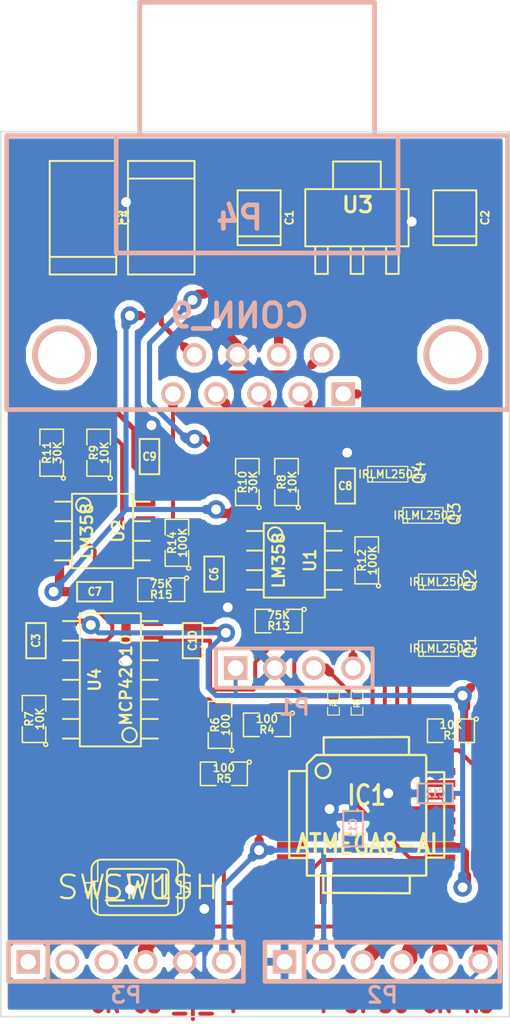
<source format=kicad_pcb>
(kicad_pcb (version 3) (host pcbnew "(2013-07-07 BZR 4022)-stable")

  (general
    (links 104)
    (no_connects 0)
    (area 167.335999 14.887599 200.631401 81.185)
    (thickness 1.6)
    (drawings 7)
    (tracks 459)
    (zones 0)
    (modules 41)
    (nets 37)
  )

  (page A3)
  (layers
    (15 F.Cu signal)
    (0 B.Cu signal)
    (16 B.Adhes user)
    (17 F.Adhes user)
    (18 B.Paste user)
    (19 F.Paste user)
    (20 B.SilkS user hide)
    (21 F.SilkS user)
    (22 B.Mask user)
    (23 F.Mask user)
    (24 Dwgs.User user)
    (25 Cmts.User user)
    (26 Eco1.User user)
    (27 Eco2.User user)
    (28 Edge.Cuts user)
  )

  (setup
    (last_trace_width 0.254)
    (user_trace_width 0.254)
    (user_trace_width 0.33)
    (user_trace_width 0.6)
    (user_trace_width 1)
    (trace_clearance 0.2)
    (zone_clearance 0.4)
    (zone_45_only no)
    (trace_min 0.2)
    (segment_width 0.2)
    (edge_width 0.1)
    (via_size 1.2)
    (via_drill 0.635)
    (via_min_size 1.2)
    (via_min_drill 0.508)
    (uvia_size 0.508)
    (uvia_drill 0.127)
    (uvias_allowed no)
    (uvia_min_size 0.508)
    (uvia_min_drill 0.127)
    (pcb_text_width 0.3)
    (pcb_text_size 1.5 1.5)
    (mod_edge_width 0.15)
    (mod_text_size 1 1)
    (mod_text_width 0.15)
    (pad_size 1.5 1.5)
    (pad_drill 0.6)
    (pad_to_mask_clearance 0)
    (aux_axis_origin 0 0)
    (visible_elements 7FFFFFBF)
    (pcbplotparams
      (layerselection 3178497)
      (usegerberextensions true)
      (excludeedgelayer true)
      (linewidth 0.150000)
      (plotframeref false)
      (viasonmask false)
      (mode 1)
      (useauxorigin false)
      (hpglpennumber 1)
      (hpglpenspeed 20)
      (hpglpendiameter 15)
      (hpglpenoverlay 2)
      (psnegative false)
      (psa4output false)
      (plotreference true)
      (plotvalue true)
      (plotothertext true)
      (plotinvisibletext false)
      (padsonsilk false)
      (subtractmaskfromsilk false)
      (outputformat 1)
      (mirror false)
      (drillshape 1)
      (scaleselection 1)
      (outputdirectory ""))
  )

  (net 0 "")
  (net 1 +3.3V)
  (net 2 +5V)
  (net 3 -5V)
  (net 4 /LBUTT1)
  (net 5 /LBUTT2)
  (net 6 /LBUTT3)
  (net 7 /LBUTT4)
  (net 8 /MISO)
  (net 9 /MOSI)
  (net 10 /POTX)
  (net 11 /POTY)
  (net 12 /RxD)
  (net 13 /SCK)
  (net 14 /TxD)
  (net 15 /VBUTT1)
  (net 16 /VBUTT2)
  (net 17 /VBUTT3)
  (net 18 /VBUTT4)
  (net 19 /VX)
  (net 20 /VY)
  (net 21 /~POTCS)
  (net 22 /~PS2CS)
  (net 23 /~RESET)
  (net 24 GND)
  (net 25 N-0000011)
  (net 26 N-0000012)
  (net 27 N-0000026)
  (net 28 N-0000027)
  (net 29 N-0000036)
  (net 30 N-0000037)
  (net 31 N-0000038)
  (net 32 N-0000045)
  (net 33 N-0000051)
  (net 34 N-000007)
  (net 35 N-000008)
  (net 36 N-000009)

  (net_class Default "This is the default net class."
    (clearance 0.2)
    (trace_width 0.254)
    (via_dia 1.2)
    (via_drill 0.635)
    (uvia_dia 0.508)
    (uvia_drill 0.127)
    (add_net "")
    (add_net +3.3V)
    (add_net +5V)
    (add_net -5V)
    (add_net /LBUTT1)
    (add_net /LBUTT2)
    (add_net /LBUTT3)
    (add_net /LBUTT4)
    (add_net /MISO)
    (add_net /MOSI)
    (add_net /POTX)
    (add_net /POTY)
    (add_net /RxD)
    (add_net /SCK)
    (add_net /TxD)
    (add_net /VBUTT1)
    (add_net /VBUTT2)
    (add_net /VBUTT3)
    (add_net /VBUTT4)
    (add_net /VX)
    (add_net /VY)
    (add_net /~POTCS)
    (add_net /~PS2CS)
    (add_net /~RESET)
    (add_net GND)
    (add_net N-0000011)
    (add_net N-0000012)
    (add_net N-0000026)
    (add_net N-0000027)
    (add_net N-0000036)
    (add_net N-0000037)
    (add_net N-0000038)
    (add_net N-0000045)
    (add_net N-0000051)
    (add_net N-000007)
    (add_net N-000008)
    (add_net N-000009)
  )

  (module TQFP32 (layer F.Cu) (tedit 43A670DA) (tstamp 529B86F7)
    (at 191.135 67.945)
    (path /529A7E4B)
    (fp_text reference IC1 (at 0 -1.27) (layer F.SilkS)
      (effects (font (size 1.27 1.016) (thickness 0.2032)))
    )
    (fp_text value ATMEGA8-AI (at 0 1.905) (layer F.SilkS)
      (effects (font (size 1.27 1.016) (thickness 0.2032)))
    )
    (fp_line (start 5.0292 2.7686) (end 3.8862 2.7686) (layer F.SilkS) (width 0.1524))
    (fp_line (start 5.0292 -2.7686) (end 3.9116 -2.7686) (layer F.SilkS) (width 0.1524))
    (fp_line (start 5.0292 2.7686) (end 5.0292 -2.7686) (layer F.SilkS) (width 0.1524))
    (fp_line (start 2.794 3.9624) (end 2.794 5.0546) (layer F.SilkS) (width 0.1524))
    (fp_line (start -2.8194 3.9878) (end -2.8194 5.0546) (layer F.SilkS) (width 0.1524))
    (fp_line (start -2.8448 5.0546) (end 2.794 5.08) (layer F.SilkS) (width 0.1524))
    (fp_line (start -2.794 -5.0292) (end 2.7178 -5.0546) (layer F.SilkS) (width 0.1524))
    (fp_line (start -3.8862 -3.2766) (end -3.8862 3.9116) (layer F.SilkS) (width 0.1524))
    (fp_line (start 2.7432 -5.0292) (end 2.7432 -3.9878) (layer F.SilkS) (width 0.1524))
    (fp_line (start -3.2512 -3.8862) (end 3.81 -3.8862) (layer F.SilkS) (width 0.1524))
    (fp_line (start 3.8608 3.937) (end 3.8608 -3.7846) (layer F.SilkS) (width 0.1524))
    (fp_line (start -3.8862 3.937) (end 3.7338 3.937) (layer F.SilkS) (width 0.1524))
    (fp_line (start -5.0292 -2.8448) (end -5.0292 2.794) (layer F.SilkS) (width 0.1524))
    (fp_line (start -5.0292 2.794) (end -3.8862 2.794) (layer F.SilkS) (width 0.1524))
    (fp_line (start -3.87604 -3.302) (end -3.29184 -3.8862) (layer F.SilkS) (width 0.1524))
    (fp_line (start -5.02412 -2.8448) (end -3.87604 -2.8448) (layer F.SilkS) (width 0.1524))
    (fp_line (start -2.794 -3.8862) (end -2.794 -5.03428) (layer F.SilkS) (width 0.1524))
    (fp_circle (center -2.83972 -2.86004) (end -2.43332 -2.60604) (layer F.SilkS) (width 0.1524))
    (pad 8 smd rect (at -4.81584 2.77622) (size 1.99898 0.44958)
      (layers F.Cu F.Paste F.Mask)
    )
    (pad 7 smd rect (at -4.81584 1.97612) (size 1.99898 0.44958)
      (layers F.Cu F.Paste F.Mask)
    )
    (pad 6 smd rect (at -4.81584 1.17602) (size 1.99898 0.44958)
      (layers F.Cu F.Paste F.Mask)
      (net 1 +3.3V)
    )
    (pad 5 smd rect (at -4.81584 0.37592) (size 1.99898 0.44958)
      (layers F.Cu F.Paste F.Mask)
      (net 24 GND)
    )
    (pad 4 smd rect (at -4.81584 -0.42418) (size 1.99898 0.44958)
      (layers F.Cu F.Paste F.Mask)
      (net 1 +3.3V)
    )
    (pad 3 smd rect (at -4.81584 -1.22428) (size 1.99898 0.44958)
      (layers F.Cu F.Paste F.Mask)
      (net 24 GND)
    )
    (pad 2 smd rect (at -4.81584 -2.02438) (size 1.99898 0.44958)
      (layers F.Cu F.Paste F.Mask)
    )
    (pad 1 smd rect (at -4.81584 -2.82448) (size 1.99898 0.44958)
      (layers F.Cu F.Paste F.Mask)
    )
    (pad 24 smd rect (at 4.7498 -2.8194) (size 1.99898 0.44958)
      (layers F.Cu F.Paste F.Mask)
    )
    (pad 17 smd rect (at 4.7498 2.794) (size 1.99898 0.44958)
      (layers F.Cu F.Paste F.Mask)
      (net 13 /SCK)
    )
    (pad 18 smd rect (at 4.7498 1.9812) (size 1.99898 0.44958)
      (layers F.Cu F.Paste F.Mask)
      (net 1 +3.3V)
    )
    (pad 19 smd rect (at 4.7498 1.1684) (size 1.99898 0.44958)
      (layers F.Cu F.Paste F.Mask)
    )
    (pad 20 smd rect (at 4.7498 0.381) (size 1.99898 0.44958)
      (layers F.Cu F.Paste F.Mask)
    )
    (pad 21 smd rect (at 4.7498 -0.4318) (size 1.99898 0.44958)
      (layers F.Cu F.Paste F.Mask)
      (net 24 GND)
    )
    (pad 22 smd rect (at 4.7498 -1.2192) (size 1.99898 0.44958)
      (layers F.Cu F.Paste F.Mask)
    )
    (pad 23 smd rect (at 4.7498 -2.032) (size 1.99898 0.44958)
      (layers F.Cu F.Paste F.Mask)
    )
    (pad 32 smd rect (at -2.82448 -4.826) (size 0.44958 1.99898)
      (layers F.Cu F.Paste F.Mask)
      (net 21 /~POTCS)
    )
    (pad 31 smd rect (at -2.02692 -4.826) (size 0.44958 1.99898)
      (layers F.Cu F.Paste F.Mask)
      (net 14 /TxD)
    )
    (pad 30 smd rect (at -1.22428 -4.826) (size 0.44958 1.99898)
      (layers F.Cu F.Paste F.Mask)
      (net 12 /RxD)
    )
    (pad 29 smd rect (at -0.42672 -4.826) (size 0.44958 1.99898)
      (layers F.Cu F.Paste F.Mask)
      (net 23 /~RESET)
    )
    (pad 28 smd rect (at 0.37592 -4.826) (size 0.44958 1.99898)
      (layers F.Cu F.Paste F.Mask)
      (net 7 /LBUTT4)
    )
    (pad 27 smd rect (at 1.17348 -4.826) (size 0.44958 1.99898)
      (layers F.Cu F.Paste F.Mask)
      (net 6 /LBUTT3)
    )
    (pad 26 smd rect (at 1.97612 -4.826) (size 0.44958 1.99898)
      (layers F.Cu F.Paste F.Mask)
      (net 5 /LBUTT2)
    )
    (pad 25 smd rect (at 2.77368 -4.826) (size 0.44958 1.99898)
      (layers F.Cu F.Paste F.Mask)
      (net 4 /LBUTT1)
    )
    (pad 9 smd rect (at -2.8194 4.7752) (size 0.44958 1.99898)
      (layers F.Cu F.Paste F.Mask)
    )
    (pad 10 smd rect (at -2.032 4.7752) (size 0.44958 1.99898)
      (layers F.Cu F.Paste F.Mask)
    )
    (pad 11 smd rect (at -1.2192 4.7752) (size 0.44958 1.99898)
      (layers F.Cu F.Paste F.Mask)
    )
    (pad 12 smd rect (at -0.4318 4.7752) (size 0.44958 1.99898)
      (layers F.Cu F.Paste F.Mask)
    )
    (pad 13 smd rect (at 0.3556 4.7752) (size 0.44958 1.99898)
      (layers F.Cu F.Paste F.Mask)
    )
    (pad 14 smd rect (at 1.1684 4.7752) (size 0.44958 1.99898)
      (layers F.Cu F.Paste F.Mask)
      (net 22 /~PS2CS)
    )
    (pad 15 smd rect (at 1.9812 4.7752) (size 0.44958 1.99898)
      (layers F.Cu F.Paste F.Mask)
      (net 9 /MOSI)
    )
    (pad 16 smd rect (at 2.794 4.7752) (size 0.44958 1.99898)
      (layers F.Cu F.Paste F.Mask)
      (net 8 /MISO)
    )
    (model smd/tqfp32.wrl
      (at (xyz 0 0 0))
      (scale (xyz 1 1 1))
      (rotate (xyz 0 0 0))
    )
  )

  (module SOT23 (layer F.Cu) (tedit 5051A6D7) (tstamp 529B8703)
    (at 192.532 45.847)
    (tags SOT23)
    (path /529BA909)
    (fp_text reference Q4 (at 1.99898 -0.09906 90) (layer F.SilkS)
      (effects (font (size 0.762 0.762) (thickness 0.11938)))
    )
    (fp_text value IRLML2502 (at 0.0635 0) (layer F.SilkS)
      (effects (font (size 0.50038 0.50038) (thickness 0.09906)))
    )
    (fp_circle (center -1.17602 0.35052) (end -1.30048 0.44958) (layer F.SilkS) (width 0.07874))
    (fp_line (start 1.27 -0.508) (end 1.27 0.508) (layer F.SilkS) (width 0.07874))
    (fp_line (start -1.3335 -0.508) (end -1.3335 0.508) (layer F.SilkS) (width 0.07874))
    (fp_line (start 1.27 0.508) (end -1.3335 0.508) (layer F.SilkS) (width 0.07874))
    (fp_line (start -1.3335 -0.508) (end 1.27 -0.508) (layer F.SilkS) (width 0.07874))
    (pad 3 smd rect (at 0 -1.09982) (size 0.8001 1.00076)
      (layers F.Cu F.Paste F.Mask)
      (net 18 /VBUTT4)
    )
    (pad 2 smd rect (at 0.9525 1.09982) (size 0.8001 1.00076)
      (layers F.Cu F.Paste F.Mask)
      (net 24 GND)
    )
    (pad 1 smd rect (at -0.9525 1.09982) (size 0.8001 1.00076)
      (layers F.Cu F.Paste F.Mask)
      (net 7 /LBUTT4)
    )
    (model smd\SOT23_3.wrl
      (at (xyz 0 0 0))
      (scale (xyz 0.4 0.4 0.4))
      (rotate (xyz 0 0 180))
    )
  )

  (module SOT23 (layer F.Cu) (tedit 5051A6D7) (tstamp 529B870F)
    (at 194.818 48.514)
    (tags SOT23)
    (path /529BA903)
    (fp_text reference Q3 (at 1.99898 -0.09906 90) (layer F.SilkS)
      (effects (font (size 0.762 0.762) (thickness 0.11938)))
    )
    (fp_text value IRLML2502 (at 0.0635 0) (layer F.SilkS)
      (effects (font (size 0.50038 0.50038) (thickness 0.09906)))
    )
    (fp_circle (center -1.17602 0.35052) (end -1.30048 0.44958) (layer F.SilkS) (width 0.07874))
    (fp_line (start 1.27 -0.508) (end 1.27 0.508) (layer F.SilkS) (width 0.07874))
    (fp_line (start -1.3335 -0.508) (end -1.3335 0.508) (layer F.SilkS) (width 0.07874))
    (fp_line (start 1.27 0.508) (end -1.3335 0.508) (layer F.SilkS) (width 0.07874))
    (fp_line (start -1.3335 -0.508) (end 1.27 -0.508) (layer F.SilkS) (width 0.07874))
    (pad 3 smd rect (at 0 -1.09982) (size 0.8001 1.00076)
      (layers F.Cu F.Paste F.Mask)
      (net 17 /VBUTT3)
    )
    (pad 2 smd rect (at 0.9525 1.09982) (size 0.8001 1.00076)
      (layers F.Cu F.Paste F.Mask)
      (net 24 GND)
    )
    (pad 1 smd rect (at -0.9525 1.09982) (size 0.8001 1.00076)
      (layers F.Cu F.Paste F.Mask)
      (net 6 /LBUTT3)
    )
    (model smd\SOT23_3.wrl
      (at (xyz 0 0 0))
      (scale (xyz 0.4 0.4 0.4))
      (rotate (xyz 0 0 180))
    )
  )

  (module SOT23 (layer F.Cu) (tedit 5051A6D7) (tstamp 529B871B)
    (at 195.834 57.15)
    (tags SOT23)
    (path /529BA8FD)
    (fp_text reference Q1 (at 1.99898 -0.09906 90) (layer F.SilkS)
      (effects (font (size 0.762 0.762) (thickness 0.11938)))
    )
    (fp_text value IRLML2502 (at 0.0635 0) (layer F.SilkS)
      (effects (font (size 0.50038 0.50038) (thickness 0.09906)))
    )
    (fp_circle (center -1.17602 0.35052) (end -1.30048 0.44958) (layer F.SilkS) (width 0.07874))
    (fp_line (start 1.27 -0.508) (end 1.27 0.508) (layer F.SilkS) (width 0.07874))
    (fp_line (start -1.3335 -0.508) (end -1.3335 0.508) (layer F.SilkS) (width 0.07874))
    (fp_line (start 1.27 0.508) (end -1.3335 0.508) (layer F.SilkS) (width 0.07874))
    (fp_line (start -1.3335 -0.508) (end 1.27 -0.508) (layer F.SilkS) (width 0.07874))
    (pad 3 smd rect (at 0 -1.09982) (size 0.8001 1.00076)
      (layers F.Cu F.Paste F.Mask)
      (net 15 /VBUTT1)
    )
    (pad 2 smd rect (at 0.9525 1.09982) (size 0.8001 1.00076)
      (layers F.Cu F.Paste F.Mask)
      (net 24 GND)
    )
    (pad 1 smd rect (at -0.9525 1.09982) (size 0.8001 1.00076)
      (layers F.Cu F.Paste F.Mask)
      (net 4 /LBUTT1)
    )
    (model smd\SOT23_3.wrl
      (at (xyz 0 0 0))
      (scale (xyz 0.4 0.4 0.4))
      (rotate (xyz 0 0 180))
    )
  )

  (module SOT23 (layer F.Cu) (tedit 5051A6D7) (tstamp 529B8727)
    (at 195.834 52.832)
    (tags SOT23)
    (path /529BA5AA)
    (fp_text reference Q2 (at 1.99898 -0.09906 90) (layer F.SilkS)
      (effects (font (size 0.762 0.762) (thickness 0.11938)))
    )
    (fp_text value IRLML2502 (at 0.0635 0) (layer F.SilkS)
      (effects (font (size 0.50038 0.50038) (thickness 0.09906)))
    )
    (fp_circle (center -1.17602 0.35052) (end -1.30048 0.44958) (layer F.SilkS) (width 0.07874))
    (fp_line (start 1.27 -0.508) (end 1.27 0.508) (layer F.SilkS) (width 0.07874))
    (fp_line (start -1.3335 -0.508) (end -1.3335 0.508) (layer F.SilkS) (width 0.07874))
    (fp_line (start 1.27 0.508) (end -1.3335 0.508) (layer F.SilkS) (width 0.07874))
    (fp_line (start -1.3335 -0.508) (end 1.27 -0.508) (layer F.SilkS) (width 0.07874))
    (pad 3 smd rect (at 0 -1.09982) (size 0.8001 1.00076)
      (layers F.Cu F.Paste F.Mask)
      (net 16 /VBUTT2)
    )
    (pad 2 smd rect (at 0.9525 1.09982) (size 0.8001 1.00076)
      (layers F.Cu F.Paste F.Mask)
      (net 24 GND)
    )
    (pad 1 smd rect (at -0.9525 1.09982) (size 0.8001 1.00076)
      (layers F.Cu F.Paste F.Mask)
      (net 5 /LBUTT2)
    )
    (model smd\SOT23_3.wrl
      (at (xyz 0 0 0))
      (scale (xyz 0.4 0.4 0.4))
      (rotate (xyz 0 0 180))
    )
  )

  (module sot223 (layer F.Cu) (tedit 49047669) (tstamp 529B873F)
    (at 190.5 29.21)
    (descr SOT223)
    (path /529B8CAB)
    (fp_text reference U3 (at 0.0508 -0.8382) (layer F.SilkS)
      (effects (font (size 1.00076 1.00076) (thickness 0.20066)))
    )
    (fp_text value NCP1117ST33T3G (at 0 1.0414) (layer F.SilkS) hide
      (effects (font (size 1.00076 1.00076) (thickness 0.20066)))
    )
    (fp_line (start -1.5494 -3.6449) (end 1.5494 -3.6449) (layer F.SilkS) (width 0.127))
    (fp_line (start 1.5494 -3.6449) (end 1.5494 -1.8542) (layer F.SilkS) (width 0.127))
    (fp_line (start -1.5494 -3.6449) (end -1.5494 -1.8542) (layer F.SilkS) (width 0.127))
    (fp_line (start 1.8923 3.6449) (end 2.7051 3.6449) (layer F.SilkS) (width 0.127))
    (fp_line (start 2.7051 3.6449) (end 2.7051 1.8542) (layer F.SilkS) (width 0.127))
    (fp_line (start 1.8923 3.6449) (end 1.8923 1.8542) (layer F.SilkS) (width 0.127))
    (fp_line (start -0.4064 3.6449) (end -0.4064 1.8542) (layer F.SilkS) (width 0.127))
    (fp_line (start 0.4064 3.6449) (end 0.4064 1.8542) (layer F.SilkS) (width 0.127))
    (fp_line (start -0.4064 3.6449) (end 0.4064 3.6449) (layer F.SilkS) (width 0.127))
    (fp_line (start -2.7051 3.6449) (end -1.8923 3.6449) (layer F.SilkS) (width 0.127))
    (fp_line (start -1.8923 3.6449) (end -1.8923 1.8542) (layer F.SilkS) (width 0.127))
    (fp_line (start -2.7051 3.6449) (end -2.7051 1.8542) (layer F.SilkS) (width 0.127))
    (fp_line (start 3.3528 1.8542) (end -3.3528 1.8542) (layer F.SilkS) (width 0.127))
    (fp_line (start -3.3528 1.8542) (end -3.3528 -1.8542) (layer F.SilkS) (width 0.127))
    (fp_line (start -3.3528 -1.8542) (end 3.3528 -1.8542) (layer F.SilkS) (width 0.127))
    (fp_line (start 3.3528 -1.8542) (end 3.3528 1.8542) (layer F.SilkS) (width 0.127))
    (pad 1 smd rect (at -2.30124 2.99974) (size 1.30048 1.80086)
      (layers F.Cu F.Paste F.Mask)
      (net 24 GND)
    )
    (pad 2 smd rect (at 0 2.99974) (size 1.30048 1.80086)
      (layers F.Cu F.Paste F.Mask)
      (net 1 +3.3V)
    )
    (pad 3 smd rect (at 2.30124 2.99974) (size 1.30048 1.80086)
      (layers F.Cu F.Paste F.Mask)
      (net 2 +5V)
    )
    (pad 4 smd rect (at 0 -2.99974) (size 3.79984 1.80086)
      (layers F.Cu F.Paste F.Mask)
    )
    (model walter/smd_trans/sot223.wrl
      (at (xyz 0 0 0))
      (scale (xyz 1 1 1))
      (rotate (xyz 0 0 0))
    )
  )

  (module so-8 (layer F.Cu) (tedit 48A6C16E) (tstamp 529B8758)
    (at 186.436 51.435 270)
    (descr SO-8)
    (path /529B2B65)
    (attr smd)
    (fp_text reference U1 (at 0 -1.016 270) (layer F.SilkS)
      (effects (font (size 0.7493 0.7493) (thickness 0.14986)))
    )
    (fp_text value LM358 (at 0 1.016 270) (layer F.SilkS)
      (effects (font (size 0.7493 0.7493) (thickness 0.14986)))
    )
    (fp_line (start -2.413 -1.9812) (end -2.413 1.9812) (layer F.SilkS) (width 0.127))
    (fp_line (start -2.413 1.9812) (end 2.413 1.9812) (layer F.SilkS) (width 0.127))
    (fp_line (start 2.413 1.9812) (end 2.413 -1.9812) (layer F.SilkS) (width 0.127))
    (fp_line (start 2.413 -1.9812) (end -2.413 -1.9812) (layer F.SilkS) (width 0.127))
    (fp_line (start -1.905 -1.9812) (end -1.905 -3.0734) (layer F.SilkS) (width 0.127))
    (fp_line (start -0.635 -1.9812) (end -0.635 -3.0734) (layer F.SilkS) (width 0.127))
    (fp_line (start 0.635 -1.9812) (end 0.635 -3.0734) (layer F.SilkS) (width 0.127))
    (fp_line (start 1.905 -3.0734) (end 1.905 -1.9812) (layer F.SilkS) (width 0.127))
    (fp_line (start 1.905 1.9812) (end 1.905 3.0734) (layer F.SilkS) (width 0.127))
    (fp_line (start 0.635 3.0734) (end 0.635 1.9812) (layer F.SilkS) (width 0.127))
    (fp_line (start -0.635 3.0734) (end -0.635 1.9812) (layer F.SilkS) (width 0.127))
    (fp_line (start -1.905 3.0734) (end -1.905 1.9812) (layer F.SilkS) (width 0.127))
    (fp_circle (center -1.6764 1.2446) (end -1.9558 1.6256) (layer F.SilkS) (width 0.127))
    (pad 1 smd rect (at -1.905 2.794 270) (size 0.635 1.27)
      (layers F.Cu F.Paste F.Mask)
      (net 36 N-000009)
    )
    (pad 2 smd rect (at -0.635 2.794 270) (size 0.635 1.27)
      (layers F.Cu F.Paste F.Mask)
      (net 36 N-000009)
    )
    (pad 3 smd rect (at 0.635 2.794 270) (size 0.635 1.27)
      (layers F.Cu F.Paste F.Mask)
      (net 10 /POTX)
    )
    (pad 4 smd rect (at 1.905 2.794 270) (size 0.635 1.27)
      (layers F.Cu F.Paste F.Mask)
      (net 3 -5V)
    )
    (pad 5 smd rect (at 1.905 -2.794 270) (size 0.635 1.27)
      (layers F.Cu F.Paste F.Mask)
      (net 26 N-0000012)
    )
    (pad 6 smd rect (at 0.635 -2.794 270) (size 0.635 1.27)
      (layers F.Cu F.Paste F.Mask)
      (net 25 N-0000011)
    )
    (pad 7 smd rect (at -0.635 -2.794 270) (size 0.635 1.27)
      (layers F.Cu F.Paste F.Mask)
      (net 20 /VY)
    )
    (pad 8 smd rect (at -1.905 -2.794 270) (size 0.635 1.27)
      (layers F.Cu F.Paste F.Mask)
      (net 2 +5V)
    )
    (model smd/smd_dil/so-8.wrl
      (at (xyz 0 0 0))
      (scale (xyz 1 1 1))
      (rotate (xyz 0 0 0))
    )
  )

  (module so-8 (layer F.Cu) (tedit 48A6C16E) (tstamp 529B8771)
    (at 173.99 49.53 270)
    (descr SO-8)
    (path /529B7747)
    (attr smd)
    (fp_text reference U2 (at 0 -1.016 270) (layer F.SilkS)
      (effects (font (size 0.7493 0.7493) (thickness 0.14986)))
    )
    (fp_text value LM358 (at 0 1.016 270) (layer F.SilkS)
      (effects (font (size 0.7493 0.7493) (thickness 0.14986)))
    )
    (fp_line (start -2.413 -1.9812) (end -2.413 1.9812) (layer F.SilkS) (width 0.127))
    (fp_line (start -2.413 1.9812) (end 2.413 1.9812) (layer F.SilkS) (width 0.127))
    (fp_line (start 2.413 1.9812) (end 2.413 -1.9812) (layer F.SilkS) (width 0.127))
    (fp_line (start 2.413 -1.9812) (end -2.413 -1.9812) (layer F.SilkS) (width 0.127))
    (fp_line (start -1.905 -1.9812) (end -1.905 -3.0734) (layer F.SilkS) (width 0.127))
    (fp_line (start -0.635 -1.9812) (end -0.635 -3.0734) (layer F.SilkS) (width 0.127))
    (fp_line (start 0.635 -1.9812) (end 0.635 -3.0734) (layer F.SilkS) (width 0.127))
    (fp_line (start 1.905 -3.0734) (end 1.905 -1.9812) (layer F.SilkS) (width 0.127))
    (fp_line (start 1.905 1.9812) (end 1.905 3.0734) (layer F.SilkS) (width 0.127))
    (fp_line (start 0.635 3.0734) (end 0.635 1.9812) (layer F.SilkS) (width 0.127))
    (fp_line (start -0.635 3.0734) (end -0.635 1.9812) (layer F.SilkS) (width 0.127))
    (fp_line (start -1.905 3.0734) (end -1.905 1.9812) (layer F.SilkS) (width 0.127))
    (fp_circle (center -1.6764 1.2446) (end -1.9558 1.6256) (layer F.SilkS) (width 0.127))
    (pad 1 smd rect (at -1.905 2.794 270) (size 0.635 1.27)
      (layers F.Cu F.Paste F.Mask)
      (net 30 N-0000037)
    )
    (pad 2 smd rect (at -0.635 2.794 270) (size 0.635 1.27)
      (layers F.Cu F.Paste F.Mask)
      (net 30 N-0000037)
    )
    (pad 3 smd rect (at 0.635 2.794 270) (size 0.635 1.27)
      (layers F.Cu F.Paste F.Mask)
      (net 11 /POTY)
    )
    (pad 4 smd rect (at 1.905 2.794 270) (size 0.635 1.27)
      (layers F.Cu F.Paste F.Mask)
      (net 3 -5V)
    )
    (pad 5 smd rect (at 1.905 -2.794 270) (size 0.635 1.27)
      (layers F.Cu F.Paste F.Mask)
      (net 31 N-0000038)
    )
    (pad 6 smd rect (at 0.635 -2.794 270) (size 0.635 1.27)
      (layers F.Cu F.Paste F.Mask)
      (net 32 N-0000045)
    )
    (pad 7 smd rect (at -0.635 -2.794 270) (size 0.635 1.27)
      (layers F.Cu F.Paste F.Mask)
      (net 19 /VX)
    )
    (pad 8 smd rect (at -1.905 -2.794 270) (size 0.635 1.27)
      (layers F.Cu F.Paste F.Mask)
      (net 2 +5V)
    )
    (model smd/smd_dil/so-8.wrl
      (at (xyz 0 0 0))
      (scale (xyz 1 1 1))
      (rotate (xyz 0 0 0))
    )
  )

  (module so-14 (layer F.Cu) (tedit 48A6BF8F) (tstamp 529B8796)
    (at 174.498 59.182 90)
    (descr SO-14)
    (path /529A8078)
    (attr smd)
    (fp_text reference U4 (at 0 -1.016 90) (layer F.SilkS)
      (effects (font (size 0.7493 0.7493) (thickness 0.14986)))
    )
    (fp_text value MCP42010 (at 0 1.016 90) (layer F.SilkS)
      (effects (font (size 0.7493 0.7493) (thickness 0.14986)))
    )
    (fp_line (start -4.318 -1.9812) (end -4.318 1.9812) (layer F.SilkS) (width 0.127))
    (fp_line (start -4.318 1.9812) (end 4.318 1.9812) (layer F.SilkS) (width 0.127))
    (fp_line (start 4.318 1.9812) (end 4.318 -1.9812) (layer F.SilkS) (width 0.127))
    (fp_line (start 4.318 -1.9812) (end -4.318 -1.9812) (layer F.SilkS) (width 0.127))
    (fp_line (start -2.54 -1.9812) (end -2.54 -3.0734) (layer F.SilkS) (width 0.127))
    (fp_line (start -1.27 -1.9812) (end -1.27 -3.0734) (layer F.SilkS) (width 0.127))
    (fp_line (start 0 -1.9812) (end 0 -3.0734) (layer F.SilkS) (width 0.127))
    (fp_line (start -3.81 -1.9812) (end -3.81 -3.0734) (layer F.SilkS) (width 0.127))
    (fp_line (start 1.27 -3.0734) (end 1.27 -1.9812) (layer F.SilkS) (width 0.127))
    (fp_line (start 2.54 -3.0734) (end 2.54 -1.9812) (layer F.SilkS) (width 0.127))
    (fp_line (start 3.81 -3.0734) (end 3.81 -1.9812) (layer F.SilkS) (width 0.127))
    (fp_line (start 3.81 1.9812) (end 3.81 3.0734) (layer F.SilkS) (width 0.127))
    (fp_line (start 2.54 1.9812) (end 2.54 3.0734) (layer F.SilkS) (width 0.127))
    (fp_line (start -3.81 1.9812) (end -3.81 3.0734) (layer F.SilkS) (width 0.127))
    (fp_line (start -2.54 3.0734) (end -2.54 1.9812) (layer F.SilkS) (width 0.127))
    (fp_line (start 1.27 3.0734) (end 1.27 1.9812) (layer F.SilkS) (width 0.127))
    (fp_line (start 0 3.0734) (end 0 1.9812) (layer F.SilkS) (width 0.127))
    (fp_line (start -1.27 3.0734) (end -1.27 1.9812) (layer F.SilkS) (width 0.127))
    (fp_circle (center -3.5814 1.2446) (end -3.8608 1.6256) (layer F.SilkS) (width 0.127))
    (pad 1 smd rect (at -3.81 2.794 90) (size 0.635 1.27)
      (layers F.Cu F.Paste F.Mask)
      (net 35 N-000008)
    )
    (pad 2 smd rect (at -2.54 2.794 90) (size 0.635 1.27)
      (layers F.Cu F.Paste F.Mask)
      (net 33 N-0000051)
    )
    (pad 3 smd rect (at -1.27 2.794 90) (size 0.635 1.27)
      (layers F.Cu F.Paste F.Mask)
      (net 29 N-0000036)
    )
    (pad 4 smd rect (at 0 2.794 90) (size 0.635 1.27)
      (layers F.Cu F.Paste F.Mask)
      (net 24 GND)
    )
    (pad 5 smd rect (at 1.27 2.794 90) (size 0.635 1.27)
      (layers F.Cu F.Paste F.Mask)
      (net 24 GND)
    )
    (pad 6 smd rect (at 2.54 2.794 90) (size 0.635 1.27)
      (layers F.Cu F.Paste F.Mask)
      (net 10 /POTX)
    )
    (pad 7 smd rect (at 3.81 2.794 90) (size 0.635 1.27)
      (layers F.Cu F.Paste F.Mask)
      (net 1 +3.3V)
    )
    (pad 8 smd rect (at 3.81 -2.794 90) (size 0.635 1.27)
      (layers F.Cu F.Paste F.Mask)
      (net 1 +3.3V)
    )
    (pad 9 smd rect (at 2.54 -2.794 90) (size 0.635 1.27)
      (layers F.Cu F.Paste F.Mask)
      (net 11 /POTY)
    )
    (pad 10 smd rect (at 1.27 -2.794 90) (size 0.635 1.27)
      (layers F.Cu F.Paste F.Mask)
      (net 24 GND)
    )
    (pad 11 smd rect (at 0 -2.794 90) (size 0.635 1.27)
      (layers F.Cu F.Paste F.Mask)
      (net 34 N-000007)
    )
    (pad 12 smd rect (at -1.27 -2.794 90) (size 0.635 1.27)
      (layers F.Cu F.Paste F.Mask)
      (net 34 N-000007)
    )
    (pad 13 smd rect (at -2.54 -2.794 90) (size 0.635 1.27)
      (layers F.Cu F.Paste F.Mask)
    )
    (pad 14 smd rect (at -3.81 -2.794 90) (size 0.635 1.27)
      (layers F.Cu F.Paste F.Mask)
      (net 2 +5V)
    )
    (model smd/smd_dil/so-14.wrl
      (at (xyz 0 0 0))
      (scale (xyz 1 1 1))
      (rotate (xyz 0 0 0))
    )
  )

  (module SM0805 (layer F.Cu) (tedit 5091495C) (tstamp 529B8F61)
    (at 170.688 44.45 90)
    (path /529B7759)
    (attr smd)
    (fp_text reference R11 (at 0 -0.3175 90) (layer F.SilkS)
      (effects (font (size 0.50038 0.50038) (thickness 0.10922)))
    )
    (fp_text value 30K (at 0 0.381 90) (layer F.SilkS)
      (effects (font (size 0.50038 0.50038) (thickness 0.10922)))
    )
    (fp_circle (center -1.651 0.762) (end -1.651 0.635) (layer F.SilkS) (width 0.09906))
    (fp_line (start -0.508 0.762) (end -1.524 0.762) (layer F.SilkS) (width 0.09906))
    (fp_line (start -1.524 0.762) (end -1.524 -0.762) (layer F.SilkS) (width 0.09906))
    (fp_line (start -1.524 -0.762) (end -0.508 -0.762) (layer F.SilkS) (width 0.09906))
    (fp_line (start 0.508 -0.762) (end 1.524 -0.762) (layer F.SilkS) (width 0.09906))
    (fp_line (start 1.524 -0.762) (end 1.524 0.762) (layer F.SilkS) (width 0.09906))
    (fp_line (start 1.524 0.762) (end 0.508 0.762) (layer F.SilkS) (width 0.09906))
    (pad 1 smd rect (at -0.9525 0 90) (size 0.889 1.397)
      (layers F.Cu F.Paste F.Mask)
      (net 3 -5V)
    )
    (pad 2 smd rect (at 0.9525 0 90) (size 0.889 1.397)
      (layers F.Cu F.Paste F.Mask)
      (net 31 N-0000038)
    )
    (model smd/chip_cms.wrl
      (at (xyz 0 0 0))
      (scale (xyz 0.1 0.1 0.1))
      (rotate (xyz 0 0 0))
    )
  )

  (module SM0805 (layer F.Cu) (tedit 5091495C) (tstamp 529B87B0)
    (at 196.596 62.484 180)
    (path /529A81AF)
    (attr smd)
    (fp_text reference R1 (at 0 -0.3175 180) (layer F.SilkS)
      (effects (font (size 0.50038 0.50038) (thickness 0.10922)))
    )
    (fp_text value 10K (at 0 0.381 180) (layer F.SilkS)
      (effects (font (size 0.50038 0.50038) (thickness 0.10922)))
    )
    (fp_circle (center -1.651 0.762) (end -1.651 0.635) (layer F.SilkS) (width 0.09906))
    (fp_line (start -0.508 0.762) (end -1.524 0.762) (layer F.SilkS) (width 0.09906))
    (fp_line (start -1.524 0.762) (end -1.524 -0.762) (layer F.SilkS) (width 0.09906))
    (fp_line (start -1.524 -0.762) (end -0.508 -0.762) (layer F.SilkS) (width 0.09906))
    (fp_line (start 0.508 -0.762) (end 1.524 -0.762) (layer F.SilkS) (width 0.09906))
    (fp_line (start 1.524 -0.762) (end 1.524 0.762) (layer F.SilkS) (width 0.09906))
    (fp_line (start 1.524 0.762) (end 0.508 0.762) (layer F.SilkS) (width 0.09906))
    (pad 1 smd rect (at -0.9525 0 180) (size 0.889 1.397)
      (layers F.Cu F.Paste F.Mask)
      (net 1 +3.3V)
    )
    (pad 2 smd rect (at 0.9525 0 180) (size 0.889 1.397)
      (layers F.Cu F.Paste F.Mask)
      (net 23 /~RESET)
    )
    (model smd/chip_cms.wrl
      (at (xyz 0 0 0))
      (scale (xyz 0.1 0.1 0.1))
      (rotate (xyz 0 0 0))
    )
  )

  (module SM0805 (layer F.Cu) (tedit 5091495C) (tstamp 529B87BD)
    (at 169.545 61.722 90)
    (path /529A8593)
    (attr smd)
    (fp_text reference R7 (at 0 -0.3175 90) (layer F.SilkS)
      (effects (font (size 0.50038 0.50038) (thickness 0.10922)))
    )
    (fp_text value 10K (at 0 0.381 90) (layer F.SilkS)
      (effects (font (size 0.50038 0.50038) (thickness 0.10922)))
    )
    (fp_circle (center -1.651 0.762) (end -1.651 0.635) (layer F.SilkS) (width 0.09906))
    (fp_line (start -0.508 0.762) (end -1.524 0.762) (layer F.SilkS) (width 0.09906))
    (fp_line (start -1.524 0.762) (end -1.524 -0.762) (layer F.SilkS) (width 0.09906))
    (fp_line (start -1.524 -0.762) (end -0.508 -0.762) (layer F.SilkS) (width 0.09906))
    (fp_line (start 0.508 -0.762) (end 1.524 -0.762) (layer F.SilkS) (width 0.09906))
    (fp_line (start 1.524 -0.762) (end 1.524 0.762) (layer F.SilkS) (width 0.09906))
    (fp_line (start 1.524 0.762) (end 0.508 0.762) (layer F.SilkS) (width 0.09906))
    (pad 1 smd rect (at -0.9525 0 90) (size 0.889 1.397)
      (layers F.Cu F.Paste F.Mask)
      (net 2 +5V)
    )
    (pad 2 smd rect (at 0.9525 0 90) (size 0.889 1.397)
      (layers F.Cu F.Paste F.Mask)
      (net 34 N-000007)
    )
    (model smd/chip_cms.wrl
      (at (xyz 0 0 0))
      (scale (xyz 0.1 0.1 0.1))
      (rotate (xyz 0 0 0))
    )
  )

  (module SM0805 (layer F.Cu) (tedit 5091495C) (tstamp 529B87F1)
    (at 177.8 53.34 180)
    (path /529B7765)
    (attr smd)
    (fp_text reference R15 (at 0 -0.3175 180) (layer F.SilkS)
      (effects (font (size 0.50038 0.50038) (thickness 0.10922)))
    )
    (fp_text value 75K (at 0 0.381 180) (layer F.SilkS)
      (effects (font (size 0.50038 0.50038) (thickness 0.10922)))
    )
    (fp_circle (center -1.651 0.762) (end -1.651 0.635) (layer F.SilkS) (width 0.09906))
    (fp_line (start -0.508 0.762) (end -1.524 0.762) (layer F.SilkS) (width 0.09906))
    (fp_line (start -1.524 0.762) (end -1.524 -0.762) (layer F.SilkS) (width 0.09906))
    (fp_line (start -1.524 -0.762) (end -0.508 -0.762) (layer F.SilkS) (width 0.09906))
    (fp_line (start 0.508 -0.762) (end 1.524 -0.762) (layer F.SilkS) (width 0.09906))
    (fp_line (start 1.524 -0.762) (end 1.524 0.762) (layer F.SilkS) (width 0.09906))
    (fp_line (start 1.524 0.762) (end 0.508 0.762) (layer F.SilkS) (width 0.09906))
    (pad 1 smd rect (at -0.9525 0 180) (size 0.889 1.397)
      (layers F.Cu F.Paste F.Mask)
      (net 32 N-0000045)
    )
    (pad 2 smd rect (at 0.9525 0 180) (size 0.889 1.397)
      (layers F.Cu F.Paste F.Mask)
      (net 24 GND)
    )
    (model smd/chip_cms.wrl
      (at (xyz 0 0 0))
      (scale (xyz 0.1 0.1 0.1))
      (rotate (xyz 0 0 0))
    )
  )

  (module SM0805 (layer F.Cu) (tedit 5091495C) (tstamp 529B87FE)
    (at 178.816 50.292 90)
    (path /529B775F)
    (attr smd)
    (fp_text reference R14 (at 0 -0.3175 90) (layer F.SilkS)
      (effects (font (size 0.50038 0.50038) (thickness 0.10922)))
    )
    (fp_text value 100K (at 0 0.381 90) (layer F.SilkS)
      (effects (font (size 0.50038 0.50038) (thickness 0.10922)))
    )
    (fp_circle (center -1.651 0.762) (end -1.651 0.635) (layer F.SilkS) (width 0.09906))
    (fp_line (start -0.508 0.762) (end -1.524 0.762) (layer F.SilkS) (width 0.09906))
    (fp_line (start -1.524 0.762) (end -1.524 -0.762) (layer F.SilkS) (width 0.09906))
    (fp_line (start -1.524 -0.762) (end -0.508 -0.762) (layer F.SilkS) (width 0.09906))
    (fp_line (start 0.508 -0.762) (end 1.524 -0.762) (layer F.SilkS) (width 0.09906))
    (fp_line (start 1.524 -0.762) (end 1.524 0.762) (layer F.SilkS) (width 0.09906))
    (fp_line (start 1.524 0.762) (end 0.508 0.762) (layer F.SilkS) (width 0.09906))
    (pad 1 smd rect (at -0.9525 0 90) (size 0.889 1.397)
      (layers F.Cu F.Paste F.Mask)
      (net 32 N-0000045)
    )
    (pad 2 smd rect (at 0.9525 0 90) (size 0.889 1.397)
      (layers F.Cu F.Paste F.Mask)
      (net 19 /VX)
    )
    (model smd/chip_cms.wrl
      (at (xyz 0 0 0))
      (scale (xyz 0.1 0.1 0.1))
      (rotate (xyz 0 0 0))
    )
  )

  (module SM0805 (layer F.Cu) (tedit 5091495C) (tstamp 529B8818)
    (at 173.736 44.45 90)
    (path /529B7753)
    (attr smd)
    (fp_text reference R9 (at 0 -0.3175 90) (layer F.SilkS)
      (effects (font (size 0.50038 0.50038) (thickness 0.10922)))
    )
    (fp_text value 10K (at 0 0.381 90) (layer F.SilkS)
      (effects (font (size 0.50038 0.50038) (thickness 0.10922)))
    )
    (fp_circle (center -1.651 0.762) (end -1.651 0.635) (layer F.SilkS) (width 0.09906))
    (fp_line (start -0.508 0.762) (end -1.524 0.762) (layer F.SilkS) (width 0.09906))
    (fp_line (start -1.524 0.762) (end -1.524 -0.762) (layer F.SilkS) (width 0.09906))
    (fp_line (start -1.524 -0.762) (end -0.508 -0.762) (layer F.SilkS) (width 0.09906))
    (fp_line (start 0.508 -0.762) (end 1.524 -0.762) (layer F.SilkS) (width 0.09906))
    (fp_line (start 1.524 -0.762) (end 1.524 0.762) (layer F.SilkS) (width 0.09906))
    (fp_line (start 1.524 0.762) (end 0.508 0.762) (layer F.SilkS) (width 0.09906))
    (pad 1 smd rect (at -0.9525 0 90) (size 0.889 1.397)
      (layers F.Cu F.Paste F.Mask)
      (net 30 N-0000037)
    )
    (pad 2 smd rect (at 0.9525 0 90) (size 0.889 1.397)
      (layers F.Cu F.Paste F.Mask)
      (net 31 N-0000038)
    )
    (model smd/chip_cms.wrl
      (at (xyz 0 0 0))
      (scale (xyz 0.1 0.1 0.1))
      (rotate (xyz 0 0 0))
    )
  )

  (module SM0805 (layer F.Cu) (tedit 5091495C) (tstamp 529B8825)
    (at 191.135 51.435 90)
    (path /529B5DC6)
    (attr smd)
    (fp_text reference R12 (at 0 -0.3175 90) (layer F.SilkS)
      (effects (font (size 0.50038 0.50038) (thickness 0.10922)))
    )
    (fp_text value 100K (at 0 0.381 90) (layer F.SilkS)
      (effects (font (size 0.50038 0.50038) (thickness 0.10922)))
    )
    (fp_circle (center -1.651 0.762) (end -1.651 0.635) (layer F.SilkS) (width 0.09906))
    (fp_line (start -0.508 0.762) (end -1.524 0.762) (layer F.SilkS) (width 0.09906))
    (fp_line (start -1.524 0.762) (end -1.524 -0.762) (layer F.SilkS) (width 0.09906))
    (fp_line (start -1.524 -0.762) (end -0.508 -0.762) (layer F.SilkS) (width 0.09906))
    (fp_line (start 0.508 -0.762) (end 1.524 -0.762) (layer F.SilkS) (width 0.09906))
    (fp_line (start 1.524 -0.762) (end 1.524 0.762) (layer F.SilkS) (width 0.09906))
    (fp_line (start 1.524 0.762) (end 0.508 0.762) (layer F.SilkS) (width 0.09906))
    (pad 1 smd rect (at -0.9525 0 90) (size 0.889 1.397)
      (layers F.Cu F.Paste F.Mask)
      (net 25 N-0000011)
    )
    (pad 2 smd rect (at 0.9525 0 90) (size 0.889 1.397)
      (layers F.Cu F.Paste F.Mask)
      (net 20 /VY)
    )
    (model smd/chip_cms.wrl
      (at (xyz 0 0 0))
      (scale (xyz 0.1 0.1 0.1))
      (rotate (xyz 0 0 0))
    )
  )

  (module SM0805 (layer F.Cu) (tedit 5091495C) (tstamp 529BA443)
    (at 185.928 46.355 90)
    (path /529B5CC9)
    (attr smd)
    (fp_text reference R8 (at 0 -0.3175 90) (layer F.SilkS)
      (effects (font (size 0.50038 0.50038) (thickness 0.10922)))
    )
    (fp_text value 10K (at 0 0.381 90) (layer F.SilkS)
      (effects (font (size 0.50038 0.50038) (thickness 0.10922)))
    )
    (fp_circle (center -1.651 0.762) (end -1.651 0.635) (layer F.SilkS) (width 0.09906))
    (fp_line (start -0.508 0.762) (end -1.524 0.762) (layer F.SilkS) (width 0.09906))
    (fp_line (start -1.524 0.762) (end -1.524 -0.762) (layer F.SilkS) (width 0.09906))
    (fp_line (start -1.524 -0.762) (end -0.508 -0.762) (layer F.SilkS) (width 0.09906))
    (fp_line (start 0.508 -0.762) (end 1.524 -0.762) (layer F.SilkS) (width 0.09906))
    (fp_line (start 1.524 -0.762) (end 1.524 0.762) (layer F.SilkS) (width 0.09906))
    (fp_line (start 1.524 0.762) (end 0.508 0.762) (layer F.SilkS) (width 0.09906))
    (pad 1 smd rect (at -0.9525 0 90) (size 0.889 1.397)
      (layers F.Cu F.Paste F.Mask)
      (net 36 N-000009)
    )
    (pad 2 smd rect (at 0.9525 0 90) (size 0.889 1.397)
      (layers F.Cu F.Paste F.Mask)
      (net 26 N-0000012)
    )
    (model smd/chip_cms.wrl
      (at (xyz 0 0 0))
      (scale (xyz 0.1 0.1 0.1))
      (rotate (xyz 0 0 0))
    )
  )

  (module SM0805 (layer F.Cu) (tedit 5091495C) (tstamp 529B91F6)
    (at 183.388 46.355 90)
    (path /529B5CF2)
    (attr smd)
    (fp_text reference R10 (at 0 -0.3175 90) (layer F.SilkS)
      (effects (font (size 0.50038 0.50038) (thickness 0.10922)))
    )
    (fp_text value 30K (at 0 0.381 90) (layer F.SilkS)
      (effects (font (size 0.50038 0.50038) (thickness 0.10922)))
    )
    (fp_circle (center -1.651 0.762) (end -1.651 0.635) (layer F.SilkS) (width 0.09906))
    (fp_line (start -0.508 0.762) (end -1.524 0.762) (layer F.SilkS) (width 0.09906))
    (fp_line (start -1.524 0.762) (end -1.524 -0.762) (layer F.SilkS) (width 0.09906))
    (fp_line (start -1.524 -0.762) (end -0.508 -0.762) (layer F.SilkS) (width 0.09906))
    (fp_line (start 0.508 -0.762) (end 1.524 -0.762) (layer F.SilkS) (width 0.09906))
    (fp_line (start 1.524 -0.762) (end 1.524 0.762) (layer F.SilkS) (width 0.09906))
    (fp_line (start 1.524 0.762) (end 0.508 0.762) (layer F.SilkS) (width 0.09906))
    (pad 1 smd rect (at -0.9525 0 90) (size 0.889 1.397)
      (layers F.Cu F.Paste F.Mask)
      (net 3 -5V)
    )
    (pad 2 smd rect (at 0.9525 0 90) (size 0.889 1.397)
      (layers F.Cu F.Paste F.Mask)
      (net 26 N-0000012)
    )
    (model smd/chip_cms.wrl
      (at (xyz 0 0 0))
      (scale (xyz 0.1 0.1 0.1))
      (rotate (xyz 0 0 0))
    )
  )

  (module SM0805 (layer F.Cu) (tedit 5091495C) (tstamp 529B8859)
    (at 185.42 55.372 180)
    (path /529B5DCC)
    (attr smd)
    (fp_text reference R13 (at 0 -0.3175 180) (layer F.SilkS)
      (effects (font (size 0.50038 0.50038) (thickness 0.10922)))
    )
    (fp_text value 75K (at 0 0.381 180) (layer F.SilkS)
      (effects (font (size 0.50038 0.50038) (thickness 0.10922)))
    )
    (fp_circle (center -1.651 0.762) (end -1.651 0.635) (layer F.SilkS) (width 0.09906))
    (fp_line (start -0.508 0.762) (end -1.524 0.762) (layer F.SilkS) (width 0.09906))
    (fp_line (start -1.524 0.762) (end -1.524 -0.762) (layer F.SilkS) (width 0.09906))
    (fp_line (start -1.524 -0.762) (end -0.508 -0.762) (layer F.SilkS) (width 0.09906))
    (fp_line (start 0.508 -0.762) (end 1.524 -0.762) (layer F.SilkS) (width 0.09906))
    (fp_line (start 1.524 -0.762) (end 1.524 0.762) (layer F.SilkS) (width 0.09906))
    (fp_line (start 1.524 0.762) (end 0.508 0.762) (layer F.SilkS) (width 0.09906))
    (pad 1 smd rect (at -0.9525 0 180) (size 0.889 1.397)
      (layers F.Cu F.Paste F.Mask)
      (net 25 N-0000011)
    )
    (pad 2 smd rect (at 0.9525 0 180) (size 0.889 1.397)
      (layers F.Cu F.Paste F.Mask)
      (net 24 GND)
    )
    (model smd/chip_cms.wrl
      (at (xyz 0 0 0))
      (scale (xyz 0.1 0.1 0.1))
      (rotate (xyz 0 0 0))
    )
  )

  (module SM0603 (layer F.Cu) (tedit 529B9220) (tstamp 529B8863)
    (at 177.038 44.704 90)
    (path /529B777E)
    (attr smd)
    (fp_text reference C9 (at 0 0 180) (layer F.SilkS)
      (effects (font (size 0.508 0.4572) (thickness 0.1143)))
    )
    (fp_text value 0.1 (at 0 0 90) (layer F.SilkS) hide
      (effects (font (size 0.508 0.4572) (thickness 0.1143)))
    )
    (fp_line (start -1.143 -0.635) (end 1.143 -0.635) (layer F.SilkS) (width 0.127))
    (fp_line (start 1.143 -0.635) (end 1.143 0.635) (layer F.SilkS) (width 0.127))
    (fp_line (start 1.143 0.635) (end -1.143 0.635) (layer F.SilkS) (width 0.127))
    (fp_line (start -1.143 0.635) (end -1.143 -0.635) (layer F.SilkS) (width 0.127))
    (pad 1 smd rect (at -0.762 0 90) (size 0.635 1.143)
      (layers F.Cu F.Paste F.Mask)
      (net 2 +5V)
    )
    (pad 2 smd rect (at 0.762 0 90) (size 0.635 1.143)
      (layers F.Cu F.Paste F.Mask)
      (net 24 GND)
    )
    (model smd\resistors\R0603.wrl
      (at (xyz 0 0 0.001))
      (scale (xyz 0.5 0.5 0.5))
      (rotate (xyz 0 0 0))
    )
  )

  (module SM0603 (layer F.Cu) (tedit 4E43A3D1) (tstamp 529B886D)
    (at 173.482 53.467)
    (path /529B778A)
    (attr smd)
    (fp_text reference C7 (at 0 0) (layer F.SilkS)
      (effects (font (size 0.508 0.4572) (thickness 0.1143)))
    )
    (fp_text value 0.1 (at 0 0) (layer F.SilkS) hide
      (effects (font (size 0.508 0.4572) (thickness 0.1143)))
    )
    (fp_line (start -1.143 -0.635) (end 1.143 -0.635) (layer F.SilkS) (width 0.127))
    (fp_line (start 1.143 -0.635) (end 1.143 0.635) (layer F.SilkS) (width 0.127))
    (fp_line (start 1.143 0.635) (end -1.143 0.635) (layer F.SilkS) (width 0.127))
    (fp_line (start -1.143 0.635) (end -1.143 -0.635) (layer F.SilkS) (width 0.127))
    (pad 1 smd rect (at -0.762 0) (size 0.635 1.143)
      (layers F.Cu F.Paste F.Mask)
      (net 3 -5V)
    )
    (pad 2 smd rect (at 0.762 0) (size 0.635 1.143)
      (layers F.Cu F.Paste F.Mask)
      (net 24 GND)
    )
    (model smd\resistors\R0603.wrl
      (at (xyz 0 0 0.001))
      (scale (xyz 0.5 0.5 0.5))
      (rotate (xyz 0 0 0))
    )
  )

  (module SM0603 (layer F.Cu) (tedit 529B9251) (tstamp 529B8877)
    (at 189.738 46.609 90)
    (path /529B6124)
    (attr smd)
    (fp_text reference C8 (at 0 0 180) (layer F.SilkS)
      (effects (font (size 0.508 0.4572) (thickness 0.1143)))
    )
    (fp_text value 0.1 (at 0 0 90) (layer F.SilkS) hide
      (effects (font (size 0.508 0.4572) (thickness 0.1143)))
    )
    (fp_line (start -1.143 -0.635) (end 1.143 -0.635) (layer F.SilkS) (width 0.127))
    (fp_line (start 1.143 -0.635) (end 1.143 0.635) (layer F.SilkS) (width 0.127))
    (fp_line (start 1.143 0.635) (end -1.143 0.635) (layer F.SilkS) (width 0.127))
    (fp_line (start -1.143 0.635) (end -1.143 -0.635) (layer F.SilkS) (width 0.127))
    (pad 1 smd rect (at -0.762 0 90) (size 0.635 1.143)
      (layers F.Cu F.Paste F.Mask)
      (net 2 +5V)
    )
    (pad 2 smd rect (at 0.762 0 90) (size 0.635 1.143)
      (layers F.Cu F.Paste F.Mask)
      (net 24 GND)
    )
    (model smd\resistors\R0603.wrl
      (at (xyz 0 0 0.001))
      (scale (xyz 0.5 0.5 0.5))
      (rotate (xyz 0 0 0))
    )
  )

  (module SM0603 (layer F.Cu) (tedit 4E43A3D1) (tstamp 529B8881)
    (at 181.229 52.324 270)
    (path /529B741C)
    (attr smd)
    (fp_text reference C6 (at 0 0 270) (layer F.SilkS)
      (effects (font (size 0.508 0.4572) (thickness 0.1143)))
    )
    (fp_text value 0.1 (at 0 0 270) (layer F.SilkS) hide
      (effects (font (size 0.508 0.4572) (thickness 0.1143)))
    )
    (fp_line (start -1.143 -0.635) (end 1.143 -0.635) (layer F.SilkS) (width 0.127))
    (fp_line (start 1.143 -0.635) (end 1.143 0.635) (layer F.SilkS) (width 0.127))
    (fp_line (start 1.143 0.635) (end -1.143 0.635) (layer F.SilkS) (width 0.127))
    (fp_line (start -1.143 0.635) (end -1.143 -0.635) (layer F.SilkS) (width 0.127))
    (pad 1 smd rect (at -0.762 0 270) (size 0.635 1.143)
      (layers F.Cu F.Paste F.Mask)
      (net 3 -5V)
    )
    (pad 2 smd rect (at 0.762 0 270) (size 0.635 1.143)
      (layers F.Cu F.Paste F.Mask)
      (net 24 GND)
    )
    (model smd\resistors\R0603.wrl
      (at (xyz 0 0 0.001))
      (scale (xyz 0.5 0.5 0.5))
      (rotate (xyz 0 0 0))
    )
  )

  (module SM0603 (layer F.Cu) (tedit 4E43A3D1) (tstamp 529B888B)
    (at 169.672 56.642 270)
    (path /529B61E6)
    (attr smd)
    (fp_text reference C3 (at 0 0 270) (layer F.SilkS)
      (effects (font (size 0.508 0.4572) (thickness 0.1143)))
    )
    (fp_text value 0.1 (at 0 0 270) (layer F.SilkS) hide
      (effects (font (size 0.508 0.4572) (thickness 0.1143)))
    )
    (fp_line (start -1.143 -0.635) (end 1.143 -0.635) (layer F.SilkS) (width 0.127))
    (fp_line (start 1.143 -0.635) (end 1.143 0.635) (layer F.SilkS) (width 0.127))
    (fp_line (start 1.143 0.635) (end -1.143 0.635) (layer F.SilkS) (width 0.127))
    (fp_line (start -1.143 0.635) (end -1.143 -0.635) (layer F.SilkS) (width 0.127))
    (pad 1 smd rect (at -0.762 0 270) (size 0.635 1.143)
      (layers F.Cu F.Paste F.Mask)
      (net 1 +3.3V)
    )
    (pad 2 smd rect (at 0.762 0 270) (size 0.635 1.143)
      (layers F.Cu F.Paste F.Mask)
      (net 24 GND)
    )
    (model smd\resistors\R0603.wrl
      (at (xyz 0 0 0.001))
      (scale (xyz 0.5 0.5 0.5))
      (rotate (xyz 0 0 0))
    )
  )

  (module PIN_ARRAY_4x1 (layer B.Cu) (tedit 4C10F42E) (tstamp 529B8897)
    (at 186.436 58.42)
    (descr "Double rangee de contacts 2 x 5 pins")
    (tags CONN)
    (path /529B81FA)
    (fp_text reference P1 (at 0 2.54) (layer B.SilkS)
      (effects (font (size 1.016 1.016) (thickness 0.2032)) (justify mirror))
    )
    (fp_text value CONN_4 (at 0 -2.54) (layer B.SilkS) hide
      (effects (font (size 1.016 1.016) (thickness 0.2032)) (justify mirror))
    )
    (fp_line (start 5.08 -1.27) (end -5.08 -1.27) (layer B.SilkS) (width 0.254))
    (fp_line (start 5.08 1.27) (end -5.08 1.27) (layer B.SilkS) (width 0.254))
    (fp_line (start -5.08 1.27) (end -5.08 -1.27) (layer B.SilkS) (width 0.254))
    (fp_line (start 5.08 -1.27) (end 5.08 1.27) (layer B.SilkS) (width 0.254))
    (pad 1 thru_hole rect (at -3.81 0) (size 1.524 1.524) (drill 1.016)
      (layers *.Cu *.Mask B.SilkS)
      (net 1 +3.3V)
    )
    (pad 2 thru_hole circle (at -1.27 0) (size 1.524 1.524) (drill 1.016)
      (layers *.Cu *.Mask B.SilkS)
      (net 24 GND)
    )
    (pad 3 thru_hole circle (at 1.27 0) (size 1.524 1.524) (drill 1.016)
      (layers *.Cu *.Mask B.SilkS)
      (net 27 N-0000026)
    )
    (pad 4 thru_hole circle (at 3.81 0) (size 1.524 1.524) (drill 1.016)
      (layers *.Cu *.Mask B.SilkS)
      (net 28 N-0000027)
    )
    (model pin_array\pins_array_4x1.wrl
      (at (xyz 0 0 0))
      (scale (xyz 1 1 1))
      (rotate (xyz 0 0 0))
    )
  )

  (module PIN_ARRAY-6X1 (layer B.Cu) (tedit 41402119) (tstamp 529B88A6)
    (at 192.151 77.47)
    (descr "Connecteur 6 pins")
    (tags "CONN DEV")
    (path /529B9D0C)
    (fp_text reference P2 (at 0 2.159) (layer B.SilkS)
      (effects (font (size 1.016 1.016) (thickness 0.2032)) (justify mirror))
    )
    (fp_text value CONN_6 (at 0 -2.159) (layer B.SilkS) hide
      (effects (font (size 1.016 0.889) (thickness 0.2032)) (justify mirror))
    )
    (fp_line (start -7.62 -1.27) (end -7.62 1.27) (layer B.SilkS) (width 0.3048))
    (fp_line (start -7.62 1.27) (end 7.62 1.27) (layer B.SilkS) (width 0.3048))
    (fp_line (start 7.62 1.27) (end 7.62 -1.27) (layer B.SilkS) (width 0.3048))
    (fp_line (start 7.62 -1.27) (end -7.62 -1.27) (layer B.SilkS) (width 0.3048))
    (fp_line (start -5.08 -1.27) (end -5.08 1.27) (layer B.SilkS) (width 0.3048))
    (pad 1 thru_hole rect (at -6.35 0) (size 1.524 1.524) (drill 1.016)
      (layers *.Cu *.Mask B.SilkS)
      (net 24 GND)
    )
    (pad 2 thru_hole circle (at -3.81 0) (size 1.524 1.524) (drill 1.016)
      (layers *.Cu *.Mask B.SilkS)
      (net 1 +3.3V)
    )
    (pad 3 thru_hole circle (at -1.27 0) (size 1.524 1.524) (drill 1.016)
      (layers *.Cu *.Mask B.SilkS)
      (net 9 /MOSI)
    )
    (pad 4 thru_hole circle (at 1.27 0) (size 1.524 1.524) (drill 1.016)
      (layers *.Cu *.Mask B.SilkS)
      (net 8 /MISO)
    )
    (pad 5 thru_hole circle (at 3.81 0) (size 1.524 1.524) (drill 1.016)
      (layers *.Cu *.Mask B.SilkS)
      (net 13 /SCK)
    )
    (pad 6 thru_hole circle (at 6.35 0) (size 1.524 1.524) (drill 1.016)
      (layers *.Cu *.Mask B.SilkS)
      (net 23 /~RESET)
    )
    (model pin_array/pins_array_6x1.wrl
      (at (xyz 0 0 0))
      (scale (xyz 1 1 1))
      (rotate (xyz 0 0 0))
    )
  )

  (module PIN_ARRAY-6X1 (layer B.Cu) (tedit 41402119) (tstamp 529B88B5)
    (at 175.514 77.47)
    (descr "Connecteur 6 pins")
    (tags "CONN DEV")
    (path /529A8D16)
    (fp_text reference P3 (at 0 2.159) (layer B.SilkS)
      (effects (font (size 1.016 1.016) (thickness 0.2032)) (justify mirror))
    )
    (fp_text value CONN_6 (at 0 -2.159) (layer B.SilkS) hide
      (effects (font (size 1.016 0.889) (thickness 0.2032)) (justify mirror))
    )
    (fp_line (start -7.62 -1.27) (end -7.62 1.27) (layer B.SilkS) (width 0.3048))
    (fp_line (start -7.62 1.27) (end 7.62 1.27) (layer B.SilkS) (width 0.3048))
    (fp_line (start 7.62 1.27) (end 7.62 -1.27) (layer B.SilkS) (width 0.3048))
    (fp_line (start 7.62 -1.27) (end -7.62 -1.27) (layer B.SilkS) (width 0.3048))
    (fp_line (start -5.08 -1.27) (end -5.08 1.27) (layer B.SilkS) (width 0.3048))
    (pad 1 thru_hole rect (at -6.35 0) (size 1.524 1.524) (drill 1.016)
      (layers *.Cu *.Mask B.SilkS)
    )
    (pad 2 thru_hole circle (at -3.81 0) (size 1.524 1.524) (drill 1.016)
      (layers *.Cu *.Mask B.SilkS)
    )
    (pad 3 thru_hole circle (at -1.27 0) (size 1.524 1.524) (drill 1.016)
      (layers *.Cu *.Mask B.SilkS)
    )
    (pad 4 thru_hole circle (at 1.27 0) (size 1.524 1.524) (drill 1.016)
      (layers *.Cu *.Mask B.SilkS)
      (net 22 /~PS2CS)
    )
    (pad 5 thru_hole circle (at 3.81 0) (size 1.524 1.524) (drill 1.016)
      (layers *.Cu *.Mask B.SilkS)
      (net 24 GND)
    )
    (pad 6 thru_hole circle (at 6.35 0) (size 1.524 1.524) (drill 1.016)
      (layers *.Cu *.Mask B.SilkS)
      (net 1 +3.3V)
    )
    (model pin_array/pins_array_6x1.wrl
      (at (xyz 0 0 0))
      (scale (xyz 1 1 1))
      (rotate (xyz 0 0 0))
    )
  )

  (module DB9FC   locked (layer B.Cu) (tedit 200000) (tstamp 529B88CE)
    (at 184.15 39.37 180)
    (descr "Connecteur DB9 femelle couche")
    (tags "CONN DB9")
    (path /529B2441)
    (fp_text reference P4 (at 1.27 10.16 180) (layer B.SilkS)
      (effects (font (size 1.524 1.524) (thickness 0.3048)) (justify mirror))
    )
    (fp_text value CONN_9 (at 1.27 3.81 180) (layer B.SilkS)
      (effects (font (size 1.524 1.524) (thickness 0.3048)) (justify mirror))
    )
    (fp_line (start -16.129 -2.286) (end 16.383 -2.286) (layer B.SilkS) (width 0.3048))
    (fp_line (start 16.383 -2.286) (end 16.383 15.494) (layer B.SilkS) (width 0.3048))
    (fp_line (start 16.383 15.494) (end -16.129 15.494) (layer B.SilkS) (width 0.3048))
    (fp_line (start -16.129 15.494) (end -16.129 -2.286) (layer B.SilkS) (width 0.3048))
    (fp_line (start -9.017 15.494) (end -9.017 7.874) (layer B.SilkS) (width 0.3048))
    (fp_line (start -9.017 7.874) (end 9.271 7.874) (layer B.SilkS) (width 0.3048))
    (fp_line (start 9.271 7.874) (end 9.271 15.494) (layer B.SilkS) (width 0.3048))
    (fp_line (start -7.493 15.494) (end -7.493 24.13) (layer B.SilkS) (width 0.3048))
    (fp_line (start -7.493 24.13) (end 7.747 24.13) (layer B.SilkS) (width 0.3048))
    (fp_line (start 7.747 24.13) (end 7.747 15.494) (layer B.SilkS) (width 0.3048))
    (pad "" thru_hole circle (at 12.827 1.27 180) (size 3.81 3.81) (drill 3.048)
      (layers *.Cu *.Mask B.SilkS)
    )
    (pad "" thru_hole circle (at -12.573 1.27 180) (size 3.81 3.81) (drill 3.048)
      (layers *.Cu *.Mask B.SilkS)
    )
    (pad 1 thru_hole rect (at -5.461 -1.27 180) (size 1.524 1.524) (drill 1.016)
      (layers *.Cu *.Mask B.SilkS)
      (net 15 /VBUTT1)
    )
    (pad 2 thru_hole circle (at -2.667 -1.27 180) (size 1.524 1.524) (drill 1.016)
      (layers *.Cu *.Mask B.SilkS)
      (net 16 /VBUTT2)
    )
    (pad 3 thru_hole circle (at 0 -1.27 180) (size 1.524 1.524) (drill 1.016)
      (layers *.Cu *.Mask B.SilkS)
      (net 17 /VBUTT3)
    )
    (pad 4 thru_hole circle (at 2.794 -1.27 180) (size 1.524 1.524) (drill 1.016)
      (layers *.Cu *.Mask B.SilkS)
      (net 18 /VBUTT4)
    )
    (pad 5 thru_hole circle (at 5.588 -1.27 180) (size 1.524 1.524) (drill 1.016)
      (layers *.Cu *.Mask B.SilkS)
      (net 19 /VX)
    )
    (pad 6 thru_hole circle (at -4.064 1.27 180) (size 1.524 1.524) (drill 1.016)
      (layers *.Cu *.Mask B.SilkS)
      (net 20 /VY)
    )
    (pad 7 thru_hole circle (at -1.27 1.27 180) (size 1.524 1.524) (drill 1.016)
      (layers *.Cu *.Mask B.SilkS)
      (net 2 +5V)
    )
    (pad 8 thru_hole circle (at 1.397 1.27 180) (size 1.524 1.524) (drill 1.016)
      (layers *.Cu *.Mask B.SilkS)
      (net 24 GND)
    )
    (pad 9 thru_hole circle (at 4.191 1.27 180) (size 1.524 1.524) (drill 1.016)
      (layers *.Cu *.Mask B.SilkS)
      (net 3 -5V)
    )
    (model conn_DBxx/db9_female_pin90deg.wrl
      (at (xyz 0 0 0))
      (scale (xyz 1 1 1))
      (rotate (xyz 0 0 0))
    )
  )

  (module c_tant_D (layer F.Cu) (tedit 4D5D91AD) (tstamp 529B88D9)
    (at 177.8 29.21 90)
    (descr "SMT capacitor, tantalum size D")
    (path /529B6987)
    (fp_text reference C5 (at 0 -2.7305 90) (layer F.SilkS)
      (effects (font (size 0.50038 0.50038) (thickness 0.11938)))
    )
    (fp_text value 220 (at 0 2.7305 90) (layer F.SilkS) hide
      (effects (font (size 0.50038 0.50038) (thickness 0.11938)))
    )
    (fp_line (start 2.54 -2.159) (end 2.54 2.159) (layer F.SilkS) (width 0.127))
    (fp_line (start -3.683 -2.159) (end -3.683 2.159) (layer F.SilkS) (width 0.127))
    (fp_line (start -3.683 2.159) (end 3.683 2.159) (layer F.SilkS) (width 0.127))
    (fp_line (start 3.683 2.159) (end 3.683 -2.159) (layer F.SilkS) (width 0.127))
    (fp_line (start 3.683 -2.159) (end -3.683 -2.159) (layer F.SilkS) (width 0.127))
    (pad 1 smd rect (at 2.99974 0 90) (size 2.55016 2.70002)
      (layers F.Cu F.Paste F.Mask)
      (net 24 GND)
    )
    (pad 2 smd rect (at -2.99974 0 90) (size 2.55016 3.79984)
      (layers F.Cu F.Paste F.Mask)
      (net 3 -5V)
    )
    (model smd/capacitors/c_tant_D.wrl
      (at (xyz 0 0 0))
      (scale (xyz 1 1 1))
      (rotate (xyz 0 0 0))
    )
  )

  (module c_tant_D (layer F.Cu) (tedit 4D5D91AD) (tstamp 529B88E4)
    (at 172.72 29.21 270)
    (descr "SMT capacitor, tantalum size D")
    (path /529B7186)
    (fp_text reference C4 (at 0 -2.7305 270) (layer F.SilkS)
      (effects (font (size 0.50038 0.50038) (thickness 0.11938)))
    )
    (fp_text value 220 (at 0 2.7305 270) (layer F.SilkS) hide
      (effects (font (size 0.50038 0.50038) (thickness 0.11938)))
    )
    (fp_line (start 2.54 -2.159) (end 2.54 2.159) (layer F.SilkS) (width 0.127))
    (fp_line (start -3.683 -2.159) (end -3.683 2.159) (layer F.SilkS) (width 0.127))
    (fp_line (start -3.683 2.159) (end 3.683 2.159) (layer F.SilkS) (width 0.127))
    (fp_line (start 3.683 2.159) (end 3.683 -2.159) (layer F.SilkS) (width 0.127))
    (fp_line (start 3.683 -2.159) (end -3.683 -2.159) (layer F.SilkS) (width 0.127))
    (pad 1 smd rect (at 2.99974 0 270) (size 2.55016 2.70002)
      (layers F.Cu F.Paste F.Mask)
      (net 2 +5V)
    )
    (pad 2 smd rect (at -2.99974 0 270) (size 2.55016 3.79984)
      (layers F.Cu F.Paste F.Mask)
      (net 24 GND)
    )
    (model smd/capacitors/c_tant_D.wrl
      (at (xyz 0 0 0))
      (scale (xyz 1 1 1))
      (rotate (xyz 0 0 0))
    )
  )

  (module c_tant_B (layer F.Cu) (tedit 4D5D91C5) (tstamp 529B88EF)
    (at 184.15 29.21 270)
    (descr "SMT capacitor, tantalum size B")
    (path /529B8CC6)
    (fp_text reference C1 (at 0 -1.9685 270) (layer F.SilkS)
      (effects (font (size 0.50038 0.50038) (thickness 0.11938)))
    )
    (fp_text value 10 (at 0 1.9685 270) (layer F.SilkS) hide
      (effects (font (size 0.50038 0.50038) (thickness 0.11938)))
    )
    (fp_line (start 1.2065 -1.397) (end 1.2065 1.397) (layer F.SilkS) (width 0.127))
    (fp_line (start 1.778 -1.397) (end -1.778 -1.397) (layer F.SilkS) (width 0.127))
    (fp_line (start -1.778 -1.397) (end -1.778 1.397) (layer F.SilkS) (width 0.127))
    (fp_line (start -1.778 1.397) (end 1.778 1.397) (layer F.SilkS) (width 0.127))
    (fp_line (start 1.778 1.397) (end 1.778 -1.397) (layer F.SilkS) (width 0.127))
    (pad 1 smd rect (at 1.524 0 270) (size 1.95072 2.49936)
      (layers F.Cu F.Paste F.Mask)
      (net 2 +5V)
    )
    (pad 2 smd rect (at -1.524 0 270) (size 1.95072 2.49936)
      (layers F.Cu F.Paste F.Mask)
      (net 24 GND)
    )
    (model smd/capacitors/c_tant_B.wrl
      (at (xyz 0 0 0))
      (scale (xyz 1 1 1))
      (rotate (xyz 0 0 0))
    )
  )

  (module c_tant_B (layer F.Cu) (tedit 4D5D91C5) (tstamp 529B88FA)
    (at 196.85 29.21 270)
    (descr "SMT capacitor, tantalum size B")
    (path /529B8CCC)
    (fp_text reference C2 (at 0 -1.9685 270) (layer F.SilkS)
      (effects (font (size 0.50038 0.50038) (thickness 0.11938)))
    )
    (fp_text value 10 (at 0 1.9685 270) (layer F.SilkS) hide
      (effects (font (size 0.50038 0.50038) (thickness 0.11938)))
    )
    (fp_line (start 1.2065 -1.397) (end 1.2065 1.397) (layer F.SilkS) (width 0.127))
    (fp_line (start 1.778 -1.397) (end -1.778 -1.397) (layer F.SilkS) (width 0.127))
    (fp_line (start -1.778 -1.397) (end -1.778 1.397) (layer F.SilkS) (width 0.127))
    (fp_line (start -1.778 1.397) (end 1.778 1.397) (layer F.SilkS) (width 0.127))
    (fp_line (start 1.778 1.397) (end 1.778 -1.397) (layer F.SilkS) (width 0.127))
    (pad 1 smd rect (at 1.524 0 270) (size 1.95072 2.49936)
      (layers F.Cu F.Paste F.Mask)
      (net 1 +3.3V)
    )
    (pad 2 smd rect (at -1.524 0 270) (size 1.95072 2.49936)
      (layers F.Cu F.Paste F.Mask)
      (net 24 GND)
    )
    (model smd/capacitors/c_tant_B.wrl
      (at (xyz 0 0 0))
      (scale (xyz 1 1 1))
      (rotate (xyz 0 0 0))
    )
  )

  (module SM0402 (layer F.Cu) (tedit 50A4E0BA) (tstamp 529B87D7)
    (at 190.5 60.706 270)
    (path /529B8328)
    (attr smd)
    (fp_text reference R3 (at 0 0 270) (layer F.SilkS)
      (effects (font (size 0.35052 0.3048) (thickness 0.07112)))
    )
    (fp_text value 220 (at 0.09906 0 270) (layer F.SilkS) hide
      (effects (font (size 0.35052 0.3048) (thickness 0.07112)))
    )
    (fp_line (start -0.254 -0.381) (end -0.762 -0.381) (layer F.SilkS) (width 0.07112))
    (fp_line (start -0.762 -0.381) (end -0.762 0.381) (layer F.SilkS) (width 0.07112))
    (fp_line (start -0.762 0.381) (end -0.254 0.381) (layer F.SilkS) (width 0.07112))
    (fp_line (start 0.254 -0.381) (end 0.762 -0.381) (layer F.SilkS) (width 0.07112))
    (fp_line (start 0.762 -0.381) (end 0.762 0.381) (layer F.SilkS) (width 0.07112))
    (fp_line (start 0.762 0.381) (end 0.254 0.381) (layer F.SilkS) (width 0.07112))
    (pad 1 smd rect (at -0.44958 0 270) (size 0.39878 0.59944)
      (layers F.Cu F.Paste F.Mask)
      (net 27 N-0000026)
    )
    (pad 2 smd rect (at 0.44958 0 270) (size 0.39878 0.59944)
      (layers F.Cu F.Paste F.Mask)
      (net 12 /RxD)
    )
    (model smd\chip_cms.wrl
      (at (xyz 0 0 0.002))
      (scale (xyz 0.05 0.05 0.05))
      (rotate (xyz 0 0 0))
    )
  )

  (module SM0402 (layer F.Cu) (tedit 529BAD46) (tstamp 529B87E4)
    (at 188.976 60.706 270)
    (path /529B8322)
    (attr smd)
    (fp_text reference R2 (at 0 0 360) (layer F.SilkS)
      (effects (font (size 0.35052 0.3048) (thickness 0.07112)))
    )
    (fp_text value 220 (at 0.09906 0 270) (layer F.SilkS) hide
      (effects (font (size 0.35052 0.3048) (thickness 0.07112)))
    )
    (fp_line (start -0.254 -0.381) (end -0.762 -0.381) (layer F.SilkS) (width 0.07112))
    (fp_line (start -0.762 -0.381) (end -0.762 0.381) (layer F.SilkS) (width 0.07112))
    (fp_line (start -0.762 0.381) (end -0.254 0.381) (layer F.SilkS) (width 0.07112))
    (fp_line (start 0.254 -0.381) (end 0.762 -0.381) (layer F.SilkS) (width 0.07112))
    (fp_line (start 0.762 -0.381) (end 0.762 0.381) (layer F.SilkS) (width 0.07112))
    (fp_line (start 0.762 0.381) (end 0.254 0.381) (layer F.SilkS) (width 0.07112))
    (pad 1 smd rect (at -0.44958 0 270) (size 0.39878 0.59944)
      (layers F.Cu F.Paste F.Mask)
      (net 28 N-0000027)
    )
    (pad 2 smd rect (at 0.44958 0 270) (size 0.39878 0.59944)
      (layers F.Cu F.Paste F.Mask)
      (net 14 /TxD)
    )
    (model smd\chip_cms.wrl
      (at (xyz 0 0 0.002))
      (scale (xyz 0.05 0.05 0.05))
      (rotate (xyz 0 0 0))
    )
  )

  (module SM0603 (layer F.Cu) (tedit 4E43A3D1) (tstamp 529B948E)
    (at 179.832 56.642 270)
    (path /529BAD4E)
    (attr smd)
    (fp_text reference C10 (at 0 0 270) (layer F.SilkS)
      (effects (font (size 0.508 0.4572) (thickness 0.1143)))
    )
    (fp_text value 0.1 (at 0 0 270) (layer F.SilkS) hide
      (effects (font (size 0.508 0.4572) (thickness 0.1143)))
    )
    (fp_line (start -1.143 -0.635) (end 1.143 -0.635) (layer F.SilkS) (width 0.127))
    (fp_line (start 1.143 -0.635) (end 1.143 0.635) (layer F.SilkS) (width 0.127))
    (fp_line (start 1.143 0.635) (end -1.143 0.635) (layer F.SilkS) (width 0.127))
    (fp_line (start -1.143 0.635) (end -1.143 -0.635) (layer F.SilkS) (width 0.127))
    (pad 1 smd rect (at -0.762 0 270) (size 0.635 1.143)
      (layers F.Cu F.Paste F.Mask)
      (net 1 +3.3V)
    )
    (pad 2 smd rect (at 0.762 0 270) (size 0.635 1.143)
      (layers F.Cu F.Paste F.Mask)
      (net 24 GND)
    )
    (model smd\resistors\R0603.wrl
      (at (xyz 0 0 0.001))
      (scale (xyz 0.5 0.5 0.5))
      (rotate (xyz 0 0 0))
    )
  )

  (module SM0805 (layer F.Cu) (tedit 5091495C) (tstamp 529B87CA)
    (at 181.61 62.103 90)
    (path /529A8815)
    (attr smd)
    (fp_text reference R6 (at 0 -0.3175 90) (layer F.SilkS)
      (effects (font (size 0.50038 0.50038) (thickness 0.10922)))
    )
    (fp_text value 100 (at 0 0.381 90) (layer F.SilkS)
      (effects (font (size 0.50038 0.50038) (thickness 0.10922)))
    )
    (fp_circle (center -1.651 0.762) (end -1.651 0.635) (layer F.SilkS) (width 0.09906))
    (fp_line (start -0.508 0.762) (end -1.524 0.762) (layer F.SilkS) (width 0.09906))
    (fp_line (start -1.524 0.762) (end -1.524 -0.762) (layer F.SilkS) (width 0.09906))
    (fp_line (start -1.524 -0.762) (end -0.508 -0.762) (layer F.SilkS) (width 0.09906))
    (fp_line (start 0.508 -0.762) (end 1.524 -0.762) (layer F.SilkS) (width 0.09906))
    (fp_line (start 1.524 -0.762) (end 1.524 0.762) (layer F.SilkS) (width 0.09906))
    (fp_line (start 1.524 0.762) (end 0.508 0.762) (layer F.SilkS) (width 0.09906))
    (pad 1 smd rect (at -0.9525 0 90) (size 0.889 1.397)
      (layers F.Cu F.Paste F.Mask)
      (net 9 /MOSI)
    )
    (pad 2 smd rect (at 0.9525 0 90) (size 0.889 1.397)
      (layers F.Cu F.Paste F.Mask)
      (net 29 N-0000036)
    )
    (model smd/chip_cms.wrl
      (at (xyz 0 0 0))
      (scale (xyz 0.1 0.1 0.1))
      (rotate (xyz 0 0 0))
    )
  )

  (module SM0805 (layer F.Cu) (tedit 5091495C) (tstamp 529B880B)
    (at 184.658 62.103 180)
    (path /529A8820)
    (attr smd)
    (fp_text reference R4 (at 0 -0.3175 180) (layer F.SilkS)
      (effects (font (size 0.50038 0.50038) (thickness 0.10922)))
    )
    (fp_text value 100 (at 0 0.381 180) (layer F.SilkS)
      (effects (font (size 0.50038 0.50038) (thickness 0.10922)))
    )
    (fp_circle (center -1.651 0.762) (end -1.651 0.635) (layer F.SilkS) (width 0.09906))
    (fp_line (start -0.508 0.762) (end -1.524 0.762) (layer F.SilkS) (width 0.09906))
    (fp_line (start -1.524 0.762) (end -1.524 -0.762) (layer F.SilkS) (width 0.09906))
    (fp_line (start -1.524 -0.762) (end -0.508 -0.762) (layer F.SilkS) (width 0.09906))
    (fp_line (start 0.508 -0.762) (end 1.524 -0.762) (layer F.SilkS) (width 0.09906))
    (fp_line (start 1.524 -0.762) (end 1.524 0.762) (layer F.SilkS) (width 0.09906))
    (fp_line (start 1.524 0.762) (end 0.508 0.762) (layer F.SilkS) (width 0.09906))
    (pad 1 smd rect (at -0.9525 0 180) (size 0.889 1.397)
      (layers F.Cu F.Paste F.Mask)
      (net 13 /SCK)
    )
    (pad 2 smd rect (at 0.9525 0 180) (size 0.889 1.397)
      (layers F.Cu F.Paste F.Mask)
      (net 33 N-0000051)
    )
    (model smd/chip_cms.wrl
      (at (xyz 0 0 0))
      (scale (xyz 0.1 0.1 0.1))
      (rotate (xyz 0 0 0))
    )
  )

  (module SM0805 (layer F.Cu) (tedit 5091495C) (tstamp 529B8832)
    (at 181.864 65.278 180)
    (path /529A883D)
    (attr smd)
    (fp_text reference R5 (at 0 -0.3175 180) (layer F.SilkS)
      (effects (font (size 0.50038 0.50038) (thickness 0.10922)))
    )
    (fp_text value 100 (at 0 0.381 180) (layer F.SilkS)
      (effects (font (size 0.50038 0.50038) (thickness 0.10922)))
    )
    (fp_circle (center -1.651 0.762) (end -1.651 0.635) (layer F.SilkS) (width 0.09906))
    (fp_line (start -0.508 0.762) (end -1.524 0.762) (layer F.SilkS) (width 0.09906))
    (fp_line (start -1.524 0.762) (end -1.524 -0.762) (layer F.SilkS) (width 0.09906))
    (fp_line (start -1.524 -0.762) (end -0.508 -0.762) (layer F.SilkS) (width 0.09906))
    (fp_line (start 0.508 -0.762) (end 1.524 -0.762) (layer F.SilkS) (width 0.09906))
    (fp_line (start 1.524 -0.762) (end 1.524 0.762) (layer F.SilkS) (width 0.09906))
    (fp_line (start 1.524 0.762) (end 0.508 0.762) (layer F.SilkS) (width 0.09906))
    (pad 1 smd rect (at -0.9525 0 180) (size 0.889 1.397)
      (layers F.Cu F.Paste F.Mask)
      (net 21 /~POTCS)
    )
    (pad 2 smd rect (at 0.9525 0 180) (size 0.889 1.397)
      (layers F.Cu F.Paste F.Mask)
      (net 35 N-000008)
    )
    (model smd/chip_cms.wrl
      (at (xyz 0 0 0))
      (scale (xyz 0.1 0.1 0.1))
      (rotate (xyz 0 0 0))
    )
  )

  (module SM0603 (layer B.Cu) (tedit 4E43A3D1) (tstamp 529BBB92)
    (at 190.246 68.834 90)
    (path /529BBD12)
    (attr smd)
    (fp_text reference C11 (at 0 0 90) (layer B.SilkS)
      (effects (font (size 0.508 0.4572) (thickness 0.1143)) (justify mirror))
    )
    (fp_text value 0.1 (at 0 0 90) (layer B.SilkS) hide
      (effects (font (size 0.508 0.4572) (thickness 0.1143)) (justify mirror))
    )
    (fp_line (start -1.143 0.635) (end 1.143 0.635) (layer B.SilkS) (width 0.127))
    (fp_line (start 1.143 0.635) (end 1.143 -0.635) (layer B.SilkS) (width 0.127))
    (fp_line (start 1.143 -0.635) (end -1.143 -0.635) (layer B.SilkS) (width 0.127))
    (fp_line (start -1.143 -0.635) (end -1.143 0.635) (layer B.SilkS) (width 0.127))
    (pad 1 smd rect (at -0.762 0 90) (size 0.635 1.143)
      (layers B.Cu B.Paste B.Mask)
      (net 1 +3.3V)
    )
    (pad 2 smd rect (at 0.762 0 90) (size 0.635 1.143)
      (layers B.Cu B.Paste B.Mask)
      (net 24 GND)
    )
    (model smd\resistors\R0603.wrl
      (at (xyz 0 0 0.001))
      (scale (xyz 0.5 0.5 0.5))
      (rotate (xyz 0 0 0))
    )
  )

  (module SM0603 (layer B.Cu) (tedit 4E43A3D1) (tstamp 529BBB9C)
    (at 195.58 66.548 180)
    (path /529BBD18)
    (attr smd)
    (fp_text reference C12 (at 0 0 180) (layer B.SilkS)
      (effects (font (size 0.508 0.4572) (thickness 0.1143)) (justify mirror))
    )
    (fp_text value 0.1 (at 0 0 180) (layer B.SilkS) hide
      (effects (font (size 0.508 0.4572) (thickness 0.1143)) (justify mirror))
    )
    (fp_line (start -1.143 0.635) (end 1.143 0.635) (layer B.SilkS) (width 0.127))
    (fp_line (start 1.143 0.635) (end 1.143 -0.635) (layer B.SilkS) (width 0.127))
    (fp_line (start 1.143 -0.635) (end -1.143 -0.635) (layer B.SilkS) (width 0.127))
    (fp_line (start -1.143 -0.635) (end -1.143 0.635) (layer B.SilkS) (width 0.127))
    (pad 1 smd rect (at -0.762 0 180) (size 0.635 1.143)
      (layers B.Cu B.Paste B.Mask)
      (net 1 +3.3V)
    )
    (pad 2 smd rect (at 0.762 0 180) (size 0.635 1.143)
      (layers B.Cu B.Paste B.Mask)
      (net 24 GND)
    )
    (model smd\resistors\R0603.wrl
      (at (xyz 0 0 0.001))
      (scale (xyz 0.5 0.5 0.5))
      (rotate (xyz 0 0 0))
    )
  )

  (module 0-svo-SW_IT1181 (layer F.Cu) (tedit 200000) (tstamp 52ACA2AF)
    (at 176.276 72.644 180)
    (path /52ACA1B4)
    (attr smd)
    (fp_text reference SW1 (at 0 0 180) (layer F.SilkS)
      (effects (font (size 1.524 1.524) (thickness 0.15)))
    )
    (fp_text value SW_PUSH (at 0 0 180) (layer F.SilkS)
      (effects (font (size 1.524 1.524) (thickness 0.15)))
    )
    (fp_line (start -2.36474 -1.79832) (end 2.36474 -1.79832) (layer F.SilkS) (width 0.127))
    (fp_line (start 2.99974 -1.16332) (end 2.99974 -0.79756) (layer F.SilkS) (width 0.127))
    (fp_line (start 2.99974 -0.79756) (end 2.99974 0.29972) (layer F.SilkS) (width 0.127))
    (fp_line (start 2.99974 0.29972) (end 2.99974 0.79756) (layer F.SilkS) (width 0.127))
    (fp_line (start 2.99974 0.79756) (end 2.99974 1.16332) (layer F.SilkS) (width 0.127))
    (fp_line (start 2.36474 1.79832) (end -2.36474 1.79832) (layer F.SilkS) (width 0.127))
    (fp_line (start -2.99974 1.16332) (end -2.99974 0.79756) (layer F.SilkS) (width 0.127))
    (fp_line (start -2.99974 0.79756) (end -2.99974 0.29972) (layer F.SilkS) (width 0.127))
    (fp_line (start -2.99974 0.29972) (end -2.99974 -0.29972) (layer F.SilkS) (width 0.127))
    (fp_line (start -2.99974 -0.29972) (end -2.99974 -0.79756) (layer F.SilkS) (width 0.127))
    (fp_line (start -2.99974 -0.79756) (end -2.99974 -1.16332) (layer F.SilkS) (width 0.127))
    (fp_line (start -1.74498 1.19888) (end 1.74498 1.19888) (layer F.SilkS) (width 0.127))
    (fp_line (start 1.99898 0.94488) (end 1.99898 -0.94488) (layer F.SilkS) (width 0.127))
    (fp_line (start 1.74498 -1.19888) (end -1.74498 -1.19888) (layer F.SilkS) (width 0.127))
    (fp_line (start -1.99898 -0.94488) (end -1.99898 0.94488) (layer F.SilkS) (width 0.127))
    (fp_line (start -1.59766 0.99822) (end 1.54432 0.99822) (layer F.SilkS) (width 0.00012))
    (fp_line (start 1.79832 0.74422) (end 1.79832 -0.79756) (layer F.SilkS) (width 0.00012))
    (fp_line (start 1.59766 -0.99822) (end -1.54432 -0.99822) (layer F.SilkS) (width 0.00012))
    (fp_line (start -1.79832 -0.74422) (end -1.79832 0.79756) (layer F.SilkS) (width 0.00012))
    (fp_line (start 2.59842 -1.69926) (end 2.59842 -1.19888) (layer F.SilkS) (width 0.09906))
    (fp_line (start 2.59842 -1.19888) (end 2.59842 -0.79756) (layer F.SilkS) (width 0.09906))
    (fp_line (start 2.59842 -0.79756) (end 2.59842 -0.39878) (layer F.SilkS) (width 0.09906))
    (fp_line (start 2.59842 -0.39878) (end 2.79908 -0.39878) (layer F.SilkS) (width 0.09906))
    (fp_line (start 2.79908 -0.39878) (end 2.79908 0.39878) (layer F.SilkS) (width 0.09906))
    (fp_line (start 2.79908 0.39878) (end 2.59842 0.39878) (layer F.SilkS) (width 0.09906))
    (fp_line (start 2.59842 0.39878) (end 2.59842 0.79756) (layer F.SilkS) (width 0.09906))
    (fp_line (start 2.59842 0.79756) (end 2.59842 1.19888) (layer F.SilkS) (width 0.09906))
    (fp_line (start 2.59842 1.19888) (end 2.59842 1.69926) (layer F.SilkS) (width 0.09906))
    (fp_line (start -2.59842 -1.69926) (end -2.59842 -1.19888) (layer F.SilkS) (width 0.09906))
    (fp_line (start -2.59842 -1.19888) (end -2.59842 -0.79756) (layer F.SilkS) (width 0.09906))
    (fp_line (start -2.59842 -0.79756) (end -2.59842 -0.39878) (layer F.SilkS) (width 0.09906))
    (fp_line (start -2.59842 -0.39878) (end -2.79908 -0.39878) (layer F.SilkS) (width 0.09906))
    (fp_line (start -2.79908 -0.39878) (end -2.79908 0.39878) (layer F.SilkS) (width 0.09906))
    (fp_line (start -2.79908 0.39878) (end -2.59842 0.39878) (layer F.SilkS) (width 0.09906))
    (fp_line (start -2.59842 0.39878) (end -2.59842 0.79756) (layer F.SilkS) (width 0.09906))
    (fp_line (start -2.59842 0.79756) (end -2.59842 1.19888) (layer F.SilkS) (width 0.09906))
    (fp_line (start -2.59842 1.19888) (end -2.59842 1.69926) (layer F.SilkS) (width 0.09906))
    (fp_line (start -2.59842 1.19888) (end -2.99974 1.19888) (layer F.SilkS) (width 0.00012))
    (fp_line (start 2.59842 1.19888) (end 2.99974 1.19888) (layer F.SilkS) (width 0.00012))
    (fp_line (start 2.59842 -1.19888) (end 2.99974 -1.19888) (layer F.SilkS) (width 0.00012))
    (fp_line (start -2.59842 -1.19888) (end -2.99974 -1.19888) (layer F.SilkS) (width 0.00012))
    (fp_line (start -2.59842 -0.79756) (end -2.99974 -0.79756) (layer F.SilkS) (width 0.00012))
    (fp_line (start -2.59842 0.79756) (end -2.99974 0.79756) (layer F.SilkS) (width 0.00012))
    (fp_line (start 2.59842 0.79756) (end 2.99974 0.79756) (layer F.SilkS) (width 0.00012))
    (fp_line (start 2.59842 -0.79756) (end 2.99974 -0.79756) (layer F.SilkS) (width 0.00012))
    (fp_line (start -2.99974 -0.29972) (end -3.39852 -0.29972) (layer F.SilkS) (width 0.09906))
    (fp_line (start -3.39852 -0.29972) (end -3.39852 0.29972) (layer F.SilkS) (width 0.09906))
    (fp_line (start -3.39852 0.29972) (end -2.99974 0.29972) (layer F.SilkS) (width 0.09906))
    (fp_line (start 3.0988 -0.29972) (end 3.39852 -0.29972) (layer F.SilkS) (width 0.09906))
    (fp_line (start 3.39852 -0.29972) (end 3.39852 0.29972) (layer F.SilkS) (width 0.09906))
    (fp_line (start 3.39852 0.29972) (end 2.99974 0.29972) (layer F.SilkS) (width 0.09906))
    (fp_arc (start -2.36474 -1.16332) (end -2.99974 -1.16332) (angle 90) (layer F.SilkS) (width 0.127))
    (fp_arc (start 2.36474 -1.16332) (end 2.36474 -1.79832) (angle 90) (layer F.SilkS) (width 0.127))
    (fp_arc (start 2.36474 1.16332) (end 2.99974 1.16332) (angle 90) (layer F.SilkS) (width 0.127))
    (fp_arc (start -2.36474 1.16332) (end -2.36474 1.79832) (angle 90) (layer F.SilkS) (width 0.127))
    (fp_arc (start -1.74498 0.94488) (end -1.74498 1.19888) (angle 90) (layer F.SilkS) (width 0.127))
    (fp_arc (start 1.74498 0.94488) (end 1.99898 0.94488) (angle 90) (layer F.SilkS) (width 0.127))
    (fp_arc (start 1.74498 -0.94488) (end 1.74498 -1.19888) (angle 90) (layer F.SilkS) (width 0.127))
    (fp_arc (start -1.74498 -0.94488) (end -1.99898 -0.94488) (angle 90) (layer F.SilkS) (width 0.127))
    (fp_arc (start -1.59766 0.79756) (end -1.59766 0.99822) (angle 90) (layer F.SilkS) (width 0.00012))
    (fp_arc (start 1.54432 0.74422) (end 1.79832 0.74422) (angle 90) (layer F.SilkS) (width 0.00012))
    (fp_arc (start 1.59766 -0.79756) (end 1.59766 -0.99822) (angle 90) (layer F.SilkS) (width 0.00012))
    (fp_arc (start -1.54432 -0.74422) (end -1.79832 -0.74422) (angle 90) (layer F.SilkS) (width 0.00012))
    (pad 1 smd rect (at -3.60934 0 180) (size 1.6764 0.8128)
      (layers F.Cu F.Paste F.Mask)
      (net 23 /~RESET)
    )
    (pad 2 smd rect (at 3.60934 0 180) (size 1.6764 0.8128)
      (layers F.Cu F.Paste F.Mask)
      (net 24 GND)
    )
  )

  (gr_text "PLAYSTATION2\nVECTREX\n2013\nSVO\n" (at 167.894 66.294) (layer F.Cu)
    (effects (font (size 1.3 1.1) (thickness 0.25)) (justify left))
  )
  (gr_line (start 167.386 81.026) (end 167.386 23.622) (angle 90) (layer Edge.Cuts) (width 0.1))
  (gr_line (start 200.406 81.026) (end 167.386 81.026) (angle 90) (layer Edge.Cuts) (width 0.1))
  (gr_line (start 200.406 23.622) (end 200.406 81.026) (angle 90) (layer Edge.Cuts) (width 0.1))
  (gr_line (start 167.386 23.622) (end 200.406 23.622) (angle 90) (layer Edge.Cuts) (width 0.1))
  (gr_text "      CK ~CS~ _|_ +" (at 168.402 80.01) (layer F.Cu)
    (effects (font (size 1.5 1) (thickness 0.25)) (justify left))
  )
  (gr_text "+ SI SO CK ~RS" (at 193.548 80.01) (layer F.Cu)
    (effects (font (size 1.5 1) (thickness 0.25)))
  )

  (segment (start 182.626 58.42) (end 182.626 60.198) (width 0.254) (layer B.Cu) (net 1) (status 400000))
  (segment (start 181.991 56.134) (end 180.848 57.277) (width 0.33) (layer B.Cu) (net 1))
  (segment (start 181.356 60.198) (end 182.626 60.198) (width 0.33) (layer B.Cu) (net 1) (tstamp 52ACA69A))
  (segment (start 182.626 60.198) (end 197.358 60.198) (width 0.33) (layer B.Cu) (net 1) (tstamp 52ACA8AB))
  (segment (start 180.848 59.69) (end 181.356 60.198) (width 0.33) (layer B.Cu) (net 1) (tstamp 52ACA692))
  (segment (start 180.848 57.277) (end 180.848 59.69) (width 0.33) (layer B.Cu) (net 1) (tstamp 52ACA690))
  (segment (start 171.704 55.372) (end 172.974 55.372) (width 0.33) (layer F.Cu) (net 1))
  (segment (start 181.737 55.88) (end 179.832 55.88) (width 0.254) (layer F.Cu) (net 1) (tstamp 52ACA68D))
  (segment (start 181.991 56.134) (end 181.737 55.88) (width 0.254) (layer F.Cu) (net 1) (tstamp 52ACA68C))
  (via (at 181.991 56.134) (size 1.2) (layers F.Cu B.Cu) (net 1))
  (segment (start 173.736 56.134) (end 181.991 56.134) (width 0.33) (layer B.Cu) (net 1) (tstamp 52ACA683))
  (segment (start 173.228 55.626) (end 173.736 56.134) (width 0.33) (layer B.Cu) (net 1) (tstamp 52ACA682))
  (via (at 173.228 55.626) (size 1.2) (layers F.Cu B.Cu) (net 1))
  (segment (start 172.974 55.372) (end 173.228 55.626) (width 0.254) (layer F.Cu) (net 1) (tstamp 52ACA679))
  (segment (start 190.246 69.596) (end 190.246 70.231) (width 0.33) (layer B.Cu) (net 1))
  (segment (start 196.342 66.548) (end 197.358 66.548) (width 0.33) (layer B.Cu) (net 1))
  (segment (start 188.341 77.47) (end 188.341 76.2) (width 0.6) (layer B.Cu) (net 1))
  (segment (start 188.341 76.2) (end 188.341 70.231) (width 0.33) (layer B.Cu) (net 1) (tstamp 529BCFF5))
  (segment (start 181.864 77.47) (end 181.864 76.2) (width 0.6) (layer B.Cu) (net 1))
  (segment (start 181.864 76.2) (end 181.864 72.517) (width 0.33) (layer B.Cu) (net 1) (tstamp 529BCFFB))
  (segment (start 181.864 72.517) (end 183.7055 70.6755) (width 0.33) (layer B.Cu) (net 1) (tstamp 529BB260))
  (segment (start 183.7055 70.6755) (end 184.15 70.231) (width 0.6) (layer B.Cu) (net 1) (tstamp 529BD092))
  (segment (start 197.5485 62.484) (end 197.5485 60.96) (width 0.33) (layer F.Cu) (net 1))
  (segment (start 197.5485 60.3885) (end 197.358 60.198) (width 0.254) (layer F.Cu) (net 1) (tstamp 529BB20F))
  (segment (start 197.5485 60.96) (end 197.5485 60.3885) (width 0.6) (layer F.Cu) (net 1) (tstamp 529BD0B0))
  (segment (start 184.15 69.088) (end 184.15 69.596) (width 0.33) (layer F.Cu) (net 1))
  (segment (start 184.15 69.596) (end 184.15 70.231) (width 0.6) (layer F.Cu) (net 1) (tstamp 529BD05C))
  (segment (start 184.15 70.231) (end 184.912 70.231) (width 0.6) (layer B.Cu) (net 1) (tstamp 529BB1B5))
  (segment (start 184.912 70.231) (end 188.341 70.231) (width 0.33) (layer B.Cu) (net 1) (tstamp 529BD089))
  (segment (start 188.341 70.231) (end 190.246 70.231) (width 0.33) (layer B.Cu) (net 1) (tstamp 529BB26B))
  (segment (start 190.246 70.231) (end 197.358 70.231) (width 0.33) (layer B.Cu) (net 1) (tstamp 529BBC0C))
  (via (at 184.15 70.231) (size 1.2) (layers F.Cu B.Cu) (net 1))
  (segment (start 196.85 30.734) (end 196.85 32.131) (width 0.33) (layer F.Cu) (net 1))
  (segment (start 197.866 59.69) (end 197.358 60.198) (width 0.6) (layer F.Cu) (net 1) (tstamp 529BD0A3))
  (segment (start 198.755 58.801) (end 197.866 59.69) (width 0.33) (layer F.Cu) (net 1) (tstamp 529BB13B))
  (segment (start 198.755 45.72) (end 198.755 58.801) (width 0.33) (layer F.Cu) (net 1) (tstamp 529BB132))
  (segment (start 192.659 39.624) (end 198.755 45.72) (width 0.33) (layer F.Cu) (net 1) (tstamp 529BB12E))
  (segment (start 192.659 36.322) (end 192.659 39.624) (width 0.33) (layer F.Cu) (net 1) (tstamp 529BB12C))
  (segment (start 196.85 32.131) (end 192.659 36.322) (width 0.33) (layer F.Cu) (net 1) (tstamp 529BB125))
  (via (at 197.358 60.198) (size 1.2) (layers F.Cu B.Cu) (net 1))
  (segment (start 197.358 60.198) (end 197.358 60.96) (width 0.6) (layer B.Cu) (net 1) (tstamp 529BB159))
  (segment (start 197.358 62.611) (end 197.358 66.548) (width 0.33) (layer B.Cu) (net 1) (tstamp 529BB15A))
  (segment (start 197.358 60.96) (end 197.358 62.611) (width 0.33) (layer B.Cu) (net 1) (tstamp 529BD0BB))
  (segment (start 197.358 66.548) (end 197.358 70.231) (width 0.33) (layer B.Cu) (net 1) (tstamp 529BBC08))
  (segment (start 197.1802 69.9262) (end 195.8848 69.9262) (width 0.33) (layer F.Cu) (net 1) (tstamp 529BB179))
  (segment (start 197.358 70.231) (end 197.358 71.882) (width 0.254) (layer B.Cu) (net 1) (tstamp 529BB1BB))
  (segment (start 197.358 71.882) (end 197.358 72.644) (width 0.6) (layer B.Cu) (net 1) (tstamp 529BD07E))
  (via (at 197.358 72.644) (size 1.2) (layers F.Cu B.Cu) (net 1))
  (segment (start 197.358 72.644) (end 197.612 72.39) (width 0.254) (layer F.Cu) (net 1) (tstamp 529BB173))
  (segment (start 197.612 72.39) (end 197.612 72.644) (width 0.33) (layer F.Cu) (net 1) (tstamp 529BB174))
  (segment (start 197.612 72.644) (end 197.612 71.882) (width 0.6) (layer F.Cu) (net 1) (tstamp 529BD06A))
  (segment (start 197.612 71.882) (end 197.612 70.358) (width 0.33) (layer F.Cu) (net 1) (tstamp 529BD071))
  (segment (start 197.612 70.358) (end 197.1802 69.9262) (width 0.33) (layer F.Cu) (net 1) (tstamp 529BB176))
  (segment (start 186.31916 69.12102) (end 184.18302 69.12102) (width 0.33) (layer F.Cu) (net 1))
  (segment (start 184.70118 67.52082) (end 184.15 68.072) (width 0.33) (layer F.Cu) (net 1) (tstamp 529BAFD9))
  (segment (start 184.15 68.072) (end 184.15 69.088) (width 0.33) (layer F.Cu) (net 1) (tstamp 529BAFDC))
  (segment (start 184.70118 67.52082) (end 186.31916 67.52082) (width 0.33) (layer F.Cu) (net 1))
  (segment (start 184.18302 69.12102) (end 184.15 69.088) (width 0.254) (layer F.Cu) (net 1) (tstamp 529BAFE1))
  (segment (start 190.5 32.20974) (end 190.5 31.242) (width 0.33) (layer F.Cu) (net 1))
  (segment (start 196.596 30.48) (end 196.85 30.734) (width 0.254) (layer F.Cu) (net 1) (tstamp 529B963D))
  (segment (start 191.262 30.48) (end 196.596 30.48) (width 0.33) (layer F.Cu) (net 1) (tstamp 529B963A))
  (segment (start 190.5 31.242) (end 191.262 30.48) (width 0.33) (layer F.Cu) (net 1) (tstamp 529B9637))
  (segment (start 179.959 55.753) (end 179.832 55.88) (width 0.254) (layer F.Cu) (net 1) (tstamp 529B9AC5))
  (segment (start 169.418 55.88) (end 169.672 55.88) (width 0.254) (layer F.Cu) (net 1) (status 30))
  (segment (start 177.292 55.372) (end 179.324 55.372) (width 0.33) (layer F.Cu) (net 1))
  (segment (start 179.324 55.372) (end 179.832 55.88) (width 0.33) (layer F.Cu) (net 1) (tstamp 529B9498))
  (segment (start 171.704 55.372) (end 169.672 55.372) (width 0.33) (layer F.Cu) (net 1))
  (segment (start 169.672 55.372) (end 169.672 55.88) (width 0.33) (layer F.Cu) (net 1) (tstamp 529B947F) (status 20))
  (segment (start 174.117 41.021) (end 170.434 41.021) (width 0.33) (layer F.Cu) (net 2))
  (segment (start 168.8465 62.6745) (end 169.545 62.6745) (width 0.254) (layer F.Cu) (net 2))
  (segment (start 168.8465 62.6745) (end 168.275 62.103) (width 0.33) (layer F.Cu) (net 2) (tstamp 529BB3C5))
  (segment (start 169.037 54.737) (end 169.037 42.418) (width 0.33) (layer F.Cu) (net 2) (tstamp 529BB38D))
  (segment (start 168.275 55.499) (end 169.037 54.737) (width 0.33) (layer F.Cu) (net 2) (tstamp 529BBA3B))
  (segment (start 168.275 62.103) (end 168.275 56.388) (width 0.33) (layer F.Cu) (net 2) (tstamp 529BB3CD))
  (segment (start 168.275 56.388) (end 168.275 55.499) (width 0.33) (layer F.Cu) (net 2))
  (segment (start 169.037 42.418) (end 170.434 41.021) (width 0.33) (layer F.Cu) (net 2) (tstamp 529BB38E))
  (segment (start 179.959 43.561) (end 179.959 43.561) (width 0.6) (layer F.Cu) (net 2))
  (via (at 179.959 43.561) (size 1.2) (layers F.Cu B.Cu) (net 2))
  (segment (start 179.959 43.561) (end 180.467 43.561) (width 0.6) (layer F.Cu) (net 2) (tstamp 529BD2DA))
  (segment (start 180.467 43.561) (end 181.102 44.196) (width 0.33) (layer F.Cu) (net 2) (tstamp 529BB4A0))
  (segment (start 179.451 43.561) (end 179.324 43.434) (width 0.6) (layer B.Cu) (net 2) (tstamp 529B9D99))
  (segment (start 179.959 43.561) (end 179.451 43.561) (width 0.254) (layer B.Cu) (net 2) (tstamp 529B9D98))
  (segment (start 181.102 44.196) (end 187.325 44.196) (width 0.33) (layer F.Cu) (net 2) (tstamp 529BB4A1))
  (segment (start 179.324 43.434) (end 177.038 41.148) (width 0.33) (layer B.Cu) (net 2) (tstamp 529BD247))
  (segment (start 187.325 44.196) (end 187.833 44.704) (width 0.33) (layer F.Cu) (net 2) (tstamp 529BB4A3))
  (segment (start 177.038 37.338) (end 179.324 35.052) (width 0.33) (layer B.Cu) (net 2) (tstamp 529B9DAE))
  (segment (start 177.038 41.148) (end 177.038 37.338) (width 0.33) (layer B.Cu) (net 2) (tstamp 529B9D9E))
  (segment (start 187.833 44.704) (end 187.833 46.736) (width 0.33) (layer F.Cu) (net 2) (tstamp 529BB4A5))
  (via (at 179.832 34.544) (size 1.2) (layers F.Cu B.Cu) (net 2))
  (segment (start 179.324 35.052) (end 179.832 34.544) (width 0.6) (layer B.Cu) (net 2) (tstamp 529BD239))
  (segment (start 187.833 46.736) (end 188.468 47.371) (width 0.33) (layer F.Cu) (net 2) (tstamp 529BB4AA))
  (segment (start 179.832 34.544) (end 180.213 34.163) (width 0.6) (layer F.Cu) (net 2) (tstamp 529B9CC1))
  (segment (start 180.594 34.163) (end 180.213 34.163) (width 0.6) (layer F.Cu) (net 2) (tstamp 529BD48E))
  (segment (start 184.15 34.163) (end 180.594 34.163) (width 0.33) (layer F.Cu) (net 2) (tstamp 529B9CC2))
  (segment (start 184.15 35.814) (end 184.15 34.163) (width 0.33) (layer F.Cu) (net 2) (tstamp 529B960A))
  (segment (start 185.42 37.084) (end 184.15 35.814) (width 0.33) (layer F.Cu) (net 2) (tstamp 529B9605))
  (segment (start 174.117 41.021) (end 176.022 42.926) (width 0.33) (layer F.Cu) (net 2) (tstamp 529B992C))
  (segment (start 176.022 42.926) (end 176.022 45.339) (width 0.33) (layer F.Cu) (net 2))
  (segment (start 174.117 36.068) (end 174.117 41.021) (width 0.33) (layer F.Cu) (net 2) (tstamp 529B9921))
  (segment (start 176.022 45.339) (end 176.149 45.466) (width 0.33) (layer F.Cu) (net 2) (tstamp 529B994E))
  (segment (start 172.72 34.671) (end 174.117 36.068) (width 0.33) (layer F.Cu) (net 2) (tstamp 529B9916))
  (segment (start 188.468 47.371) (end 189.738 47.371) (width 0.33) (layer F.Cu) (net 2) (tstamp 529BB4AC))
  (segment (start 185.42 38.1) (end 184.785 38.1) (width 0.254) (layer F.Cu) (net 2))
  (segment (start 177.038 45.466) (end 177.038 47.371) (width 0.254) (layer F.Cu) (net 2))
  (segment (start 177.038 47.371) (end 176.784 47.625) (width 0.254) (layer F.Cu) (net 2) (tstamp 529B9953))
  (segment (start 172.72 32.20974) (end 172.72 34.671) (width 0.33) (layer F.Cu) (net 2))
  (segment (start 176.149 45.466) (end 177.038 45.466) (width 0.33) (layer F.Cu) (net 2) (tstamp 529B994F))
  (segment (start 192.80124 32.20974) (end 192.80124 34.02076) (width 0.33) (layer F.Cu) (net 2))
  (segment (start 187.706 34.798) (end 185.42 37.084) (width 0.33) (layer F.Cu) (net 2) (tstamp 529B962D))
  (segment (start 192.024 34.798) (end 187.706 34.798) (width 0.33) (layer F.Cu) (net 2) (tstamp 529B9627))
  (segment (start 192.80124 34.02076) (end 192.024 34.798) (width 0.33) (layer F.Cu) (net 2) (tstamp 529B961F))
  (segment (start 181.102 30.226) (end 181.61 30.734) (width 0.33) (layer F.Cu) (net 2))
  (segment (start 172.72 32.20974) (end 172.72 30.734) (width 0.33) (layer F.Cu) (net 2) (tstamp 529B959E))
  (segment (start 173.99 29.464) (end 172.72 30.734) (width 0.33) (layer F.Cu) (net 2) (tstamp 529B959B))
  (segment (start 180.34 29.464) (end 173.99 29.464) (width 0.33) (layer F.Cu) (net 2) (tstamp 529B9595))
  (segment (start 181.102 30.226) (end 180.34 29.464) (width 0.33) (layer F.Cu) (net 2) (tstamp 529B9594))
  (segment (start 181.61 30.734) (end 184.15 30.734) (width 0.33) (layer F.Cu) (net 2) (tstamp 529B960E))
  (segment (start 185.42 38.1) (end 185.42 37.084) (width 0.6) (layer F.Cu) (net 2))
  (segment (start 184.15 34.163) (end 184.15 30.734) (width 0.33) (layer F.Cu) (net 2) (tstamp 529B9CC6))
  (segment (start 171.704 62.992) (end 169.8625 62.992) (width 0.254) (layer F.Cu) (net 2) (status 20))
  (segment (start 169.8625 62.992) (end 169.545 62.6745) (width 0.254) (layer F.Cu) (net 2) (tstamp 529B94DE) (status 30))
  (segment (start 189.23 49.53) (end 189.23 47.371) (width 0.254) (layer F.Cu) (net 2))
  (segment (start 177.8 35.56) (end 176.403 35.56) (width 0.33) (layer F.Cu) (net 3))
  (segment (start 176.403 35.56) (end 175.768 35.56) (width 0.6) (layer F.Cu) (net 3) (tstamp 529BD2EB))
  (segment (start 175.514 35.814) (end 175.514 36.195) (width 0.6) (layer B.Cu) (net 3) (tstamp 529B979A))
  (segment (start 175.514 36.195) (end 175.514 48.133) (width 0.33) (layer B.Cu) (net 3) (tstamp 529BD224))
  (segment (start 175.768 35.56) (end 175.514 35.814) (width 0.254) (layer B.Cu) (net 3) (tstamp 529B9799))
  (via (at 175.768 35.56) (size 1.2) (layers F.Cu B.Cu) (net 3))
  (segment (start 181.229 51.562) (end 182.372 51.562) (width 0.33) (layer F.Cu) (net 3))
  (segment (start 171.196 51.435) (end 171.196 53.086) (width 0.6) (layer F.Cu) (net 3))
  (segment (start 171.196 53.086) (end 170.815 53.467) (width 0.6) (layer F.Cu) (net 3) (tstamp 529B9C26))
  (segment (start 172.72 53.467) (end 170.815 53.467) (width 0.6) (layer F.Cu) (net 3))
  (segment (start 170.815 53.467) (end 171.196 53.034514) (width 0.6) (layer B.Cu) (net 3))
  (segment (start 171.196 53.034514) (end 175.514 48.133) (width 0.33) (layer B.Cu) (net 3) (tstamp 529BD252))
  (via (at 170.815 53.467) (size 1.2) (layers F.Cu B.Cu) (net 3))
  (segment (start 182.372 48.387) (end 181.61 48.387) (width 0.6) (layer F.Cu) (net 3))
  (via (at 181.356 48.133) (size 1.2) (layers F.Cu B.Cu) (net 3))
  (segment (start 181.356 48.133) (end 180.721 48.133) (width 0.6) (layer B.Cu) (net 3))
  (segment (start 180.721 48.133) (end 175.514 48.133) (width 0.33) (layer B.Cu) (net 3) (tstamp 529BD25C))
  (segment (start 181.61 48.387) (end 181.356 48.133) (width 0.33) (layer F.Cu) (net 3) (tstamp 529B97B4))
  (segment (start 169.926 51.435) (end 169.926 46.1645) (width 0.254) (layer F.Cu) (net 3))
  (segment (start 169.926 46.1645) (end 170.688 45.4025) (width 0.254) (layer F.Cu) (net 3) (tstamp 529B9750))
  (segment (start 182.372 53.34) (end 182.372 51.562) (width 0.33) (layer F.Cu) (net 3))
  (segment (start 183.642 53.34) (end 182.372 53.34) (width 0.33) (layer F.Cu) (net 3) (status 20))
  (segment (start 182.372 51.562) (end 182.372 48.895) (width 0.33) (layer F.Cu) (net 3) (tstamp 529B9FE1))
  (segment (start 182.372 48.895) (end 182.372 48.387) (width 0.6) (layer F.Cu) (net 3) (tstamp 529BD37A))
  (segment (start 182.372 48.387) (end 182.372 48.3235) (width 0.254) (layer F.Cu) (net 3) (tstamp 529B97B2))
  (segment (start 182.372 48.3235) (end 183.388 47.3075) (width 0.6) (layer F.Cu) (net 3) (tstamp 529B9728))
  (segment (start 181.102 51.435) (end 181.229 51.562) (width 0.254) (layer F.Cu) (net 3) (tstamp 529B96F7) (status 30))
  (segment (start 179.959 38.1) (end 179.832 38.1) (width 0.33) (layer F.Cu) (net 3))
  (segment (start 179.832 38.1) (end 179.324 37.592) (width 0.6) (layer F.Cu) (net 3) (tstamp 529B9564))
  (segment (start 179.324 37.592) (end 177.8 36.068) (width 0.33) (layer F.Cu) (net 3) (tstamp 529BD1A6))
  (segment (start 177.8 36.068) (end 177.8 35.56) (width 0.33) (layer F.Cu) (net 3) (tstamp 529B9585))
  (segment (start 177.8 35.56) (end 177.8 32.20974) (width 0.33) (layer F.Cu) (net 3) (tstamp 529BBAC0))
  (segment (start 171.196 51.435) (end 169.926 51.435) (width 0.254) (layer F.Cu) (net 3) (status 20))
  (segment (start 193.90868 63.119) (end 193.90868 59.22264) (width 0.254) (layer F.Cu) (net 4))
  (segment (start 193.90868 59.22264) (end 194.8815 58.24982) (width 0.254) (layer F.Cu) (net 4) (tstamp 529BB067))
  (segment (start 194.8815 58.24982) (end 194.60718 58.24982) (width 0.254) (layer F.Cu) (net 4) (status 30))
  (segment (start 193.11112 57.658) (end 193.11112 54.79288) (width 0.254) (layer F.Cu) (net 5))
  (segment (start 193.11112 54.79288) (end 193.294 54.61) (width 0.254) (layer F.Cu) (net 5) (tstamp 529BACE8))
  (segment (start 193.11112 63.119) (end 193.11112 57.658) (width 0.254) (layer F.Cu) (net 5))
  (segment (start 193.11112 57.658) (end 193.11112 57.58688) (width 0.254) (layer F.Cu) (net 5) (tstamp 529BACE6))
  (segment (start 193.11112 54.79288) (end 193.294 54.61) (width 0.254) (layer F.Cu) (net 5) (tstamp 529BA8E0))
  (segment (start 193.294 54.61) (end 194.60718 53.55082) (width 0.254) (layer F.Cu) (net 5) (tstamp 529BACEB) (status 20))
  (segment (start 194.60718 53.55082) (end 194.90182 53.55082) (width 0.254) (layer F.Cu) (net 5) (tstamp 529BA8E2) (status 30))
  (segment (start 194.90182 53.55082) (end 194.945 53.594) (width 0.254) (layer F.Cu) (net 5) (tstamp 529BA8E3) (status 30))
  (segment (start 194.945 53.594) (end 194.945 53.55082) (width 0.254) (layer F.Cu) (net 5) (tstamp 529BA8E4) (status 30))
  (segment (start 194.60718 53.55082) (end 194.945 53.55082) (width 0.254) (layer F.Cu) (net 5) (tstamp 529BA690) (status 30))
  (segment (start 194.945 53.55082) (end 194.8815 53.93182) (width 0.254) (layer F.Cu) (net 5) (tstamp 529BA8E5) (status 30))
  (segment (start 192.30848 54.70652) (end 192.30848 57.62752) (width 0.254) (layer F.Cu) (net 6))
  (segment (start 192.30848 54.70652) (end 193.167 53.848) (width 0.254) (layer F.Cu) (net 6) (tstamp 529BA8DD))
  (segment (start 193.8655 49.61382) (end 193.167 50.94732) (width 0.254) (layer F.Cu) (net 6) (tstamp 529BA66F) (status 10))
  (segment (start 193.167 53.848) (end 193.167 50.94732) (width 0.254) (layer F.Cu) (net 6) (tstamp 529BA668))
  (segment (start 192.278 57.658) (end 192.30848 57.658) (width 0.254) (layer F.Cu) (net 6) (tstamp 529BACEF))
  (segment (start 192.30848 57.62752) (end 192.278 57.658) (width 0.254) (layer F.Cu) (net 6) (tstamp 529BACED))
  (segment (start 192.30848 63.119) (end 192.30848 57.658) (width 0.254) (layer F.Cu) (net 6))
  (segment (start 192.30848 57.658) (end 192.30848 57.50052) (width 0.254) (layer F.Cu) (net 6) (tstamp 529BACF0))
  (segment (start 193.8655 49.61382) (end 193.8655 49.7205) (width 0.254) (layer F.Cu) (net 6) (status 30))
  (segment (start 191.51092 63.119) (end 191.51092 54.61508) (width 0.254) (layer F.Cu) (net 7))
  (segment (start 191.51092 54.61508) (end 192.532 53.594) (width 0.254) (layer F.Cu) (net 7) (tstamp 529BA8D9))
  (segment (start 191.5795 48.0695) (end 191.5795 46.94682) (width 0.254) (layer F.Cu) (net 7))
  (segment (start 191.5795 48.0695) (end 192.532 49.022) (width 0.254) (layer F.Cu) (net 7) (tstamp 529BA547))
  (segment (start 192.532 49.022) (end 192.532 53.594) (width 0.254) (layer F.Cu) (net 7))
  (segment (start 193.929 76.708) (end 193.929 77.216) (width 1) (layer F.Cu) (net 8))
  (segment (start 193.929 75.946) (end 193.929 76.708) (width 0.6) (layer F.Cu) (net 8) (tstamp 529BCFD9))
  (segment (start 193.929 72.7202) (end 193.929 75.946) (width 0.254) (layer F.Cu) (net 8))
  (segment (start 193.929 77.216) (end 193.421 77.47) (width 1) (layer F.Cu) (net 8) (tstamp 529BD41F))
  (segment (start 193.1162 72.7202) (end 193.1162 75.2348) (width 0.254) (layer F.Cu) (net 9))
  (segment (start 193.1162 75.2348) (end 192.278 76.073) (width 0.254) (layer F.Cu) (net 9) (tstamp 529BAF69))
  (segment (start 192.278 76.073) (end 191.516 76.835) (width 0.6) (layer F.Cu) (net 9) (tstamp 529BCFED))
  (segment (start 191.516 76.835) (end 190.881 77.47) (width 1) (layer F.Cu) (net 9) (tstamp 529BD3EF))
  (segment (start 193.1162 72.7202) (end 193.1162 71.1962) (width 0.254) (layer F.Cu) (net 9))
  (segment (start 181.61 63.246) (end 181.864 63.5) (width 0.254) (layer F.Cu) (net 9) (tstamp 529BAE59))
  (segment (start 181.864 63.5) (end 181.864 73.66) (width 0.254) (layer F.Cu) (net 9) (tstamp 529BAE5B))
  (segment (start 181.864 73.66) (end 185.42 73.66) (width 0.254) (layer F.Cu) (net 9) (tstamp 529BAE61))
  (segment (start 185.42 73.66) (end 188.214 70.866) (width 0.254) (layer F.Cu) (net 9) (tstamp 529BAE63))
  (segment (start 188.214 70.866) (end 192.278 70.866) (width 0.254) (layer F.Cu) (net 9) (tstamp 529BAE65))
  (segment (start 192.278 70.866) (end 192.786 70.866) (width 0.254) (layer F.Cu) (net 9) (tstamp 529BAE68))
  (segment (start 181.61 63.246) (end 181.61 63.0555) (width 0.254) (layer F.Cu) (net 9) (status 20))
  (segment (start 193.1162 71.1962) (end 192.786 70.866) (width 0.254) (layer F.Cu) (net 9) (tstamp 529BAE6C))
  (segment (start 177.292 56.642) (end 180.975 56.642) (width 0.254) (layer F.Cu) (net 10))
  (segment (start 185.42 52.705) (end 184.785 52.07) (width 0.254) (layer F.Cu) (net 10) (tstamp 529BA02E))
  (segment (start 185.42 55.118) (end 185.42 56.515) (width 0.254) (layer F.Cu) (net 10) (tstamp 529B9F92))
  (segment (start 185.293 56.642) (end 185.42 56.515) (width 0.254) (layer F.Cu) (net 10) (tstamp 529BA02B))
  (segment (start 184.785 52.07) (end 183.642 52.07) (width 0.254) (layer F.Cu) (net 10) (tstamp 529B9463))
  (segment (start 185.42 55.118) (end 185.42 52.705) (width 0.254) (layer F.Cu) (net 10))
  (segment (start 183.896 58.039) (end 185.293 56.642) (width 0.254) (layer F.Cu) (net 10) (tstamp 529BB328))
  (segment (start 183.896 59.69) (end 183.896 58.039) (width 0.254) (layer F.Cu) (net 10) (tstamp 529BB324))
  (segment (start 183.769 59.817) (end 183.896 59.69) (width 0.254) (layer F.Cu) (net 10) (tstamp 529BB31A))
  (segment (start 181.102 59.817) (end 183.769 59.817) (width 0.254) (layer F.Cu) (net 10) (tstamp 529BB318))
  (segment (start 180.975 59.69) (end 181.102 59.817) (width 0.254) (layer F.Cu) (net 10) (tstamp 529BB314))
  (segment (start 180.975 56.642) (end 180.975 59.69) (width 0.254) (layer F.Cu) (net 10) (tstamp 529BB310))
  (segment (start 172.974 56.642) (end 174.244 56.642) (width 0.254) (layer F.Cu) (net 11))
  (segment (start 171.704 56.642) (end 172.72 56.642) (width 0.254) (layer F.Cu) (net 11))
  (segment (start 172.847 50.165) (end 171.196 50.165) (width 0.254) (layer F.Cu) (net 11) (tstamp 529B9432))
  (segment (start 173.482 50.8) (end 172.847 50.165) (width 0.254) (layer F.Cu) (net 11) (tstamp 529B9431))
  (segment (start 172.72 56.642) (end 172.974 56.642) (width 0.254) (layer F.Cu) (net 11))
  (segment (start 173.482 54.483) (end 173.482 50.8) (width 0.254) (layer F.Cu) (net 11) (tstamp 52ACA673))
  (segment (start 174.625 55.626) (end 173.482 54.483) (width 0.254) (layer F.Cu) (net 11) (tstamp 52ACA66E))
  (segment (start 174.625 56.261) (end 174.625 55.626) (width 0.254) (layer F.Cu) (net 11) (tstamp 52ACA66C))
  (segment (start 174.244 56.642) (end 174.625 56.261) (width 0.254) (layer F.Cu) (net 11) (tstamp 52ACA66A))
  (segment (start 189.91072 63.119) (end 189.91072 61.74486) (width 0.254) (layer F.Cu) (net 12))
  (segment (start 189.91072 61.74486) (end 190.5 61.15558) (width 0.254) (layer F.Cu) (net 12) (tstamp 529BADA0))
  (segment (start 185.6105 62.103) (end 185.6105 62.4205) (width 0.254) (layer F.Cu) (net 13))
  (segment (start 186.944 63.754) (end 193.929 70.739) (width 0.254) (layer F.Cu) (net 13) (tstamp 529BADF1))
  (segment (start 193.929 70.739) (end 195.8848 70.739) (width 0.254) (layer F.Cu) (net 13) (tstamp 529BADF8))
  (segment (start 185.6105 62.4205) (end 186.944 63.754) (width 0.254) (layer F.Cu) (net 13) (tstamp 529BB34E))
  (segment (start 195.8848 70.739) (end 195.8848 75.946) (width 0.254) (layer F.Cu) (net 13))
  (segment (start 195.8848 75.946) (end 195.8848 76.708) (width 0.6) (layer F.Cu) (net 13) (tstamp 529BCFD4))
  (segment (start 195.8848 76.708) (end 195.8848 77.3938) (width 1) (layer F.Cu) (net 13) (tstamp 529BD434))
  (segment (start 195.8848 77.3938) (end 195.961 77.47) (width 0.254) (layer F.Cu) (net 13) (tstamp 529BAF72))
  (segment (start 189.10808 63.119) (end 189.10808 61.28766) (width 0.254) (layer F.Cu) (net 14))
  (segment (start 189.10808 61.28766) (end 188.976 61.15558) (width 0.254) (layer F.Cu) (net 14) (tstamp 529BAD9D))
  (segment (start 195.834 56.05018) (end 196.42582 56.05018) (width 0.254) (layer F.Cu) (net 15))
  (segment (start 192.278 40.64) (end 190.5 40.64) (width 0.254) (layer F.Cu) (net 15) (tstamp 529BB0BB))
  (segment (start 190.5 40.64) (end 189.611 40.64) (width 0.6) (layer F.Cu) (net 15) (tstamp 529BD1EE))
  (segment (start 197.739 46.101) (end 192.278 40.64) (width 0.254) (layer F.Cu) (net 15) (tstamp 529BB0B5))
  (segment (start 197.739 54.737) (end 197.739 46.101) (width 0.254) (layer F.Cu) (net 15) (tstamp 529BB0AD))
  (segment (start 196.42582 56.05018) (end 197.739 54.737) (width 0.254) (layer F.Cu) (net 15) (tstamp 529BB0AB))
  (segment (start 195.834 51.73218) (end 195.834 51.562) (width 0.254) (layer F.Cu) (net 16))
  (segment (start 186.817 40.767) (end 186.817 40.64) (width 0.254) (layer F.Cu) (net 16))
  (segment (start 186.817 40.767) (end 187.325 41.275) (width 0.6) (layer F.Cu) (net 16) (tstamp 529B9E3F))
  (segment (start 187.325 41.275) (end 187.96 41.91) (width 0.254) (layer F.Cu) (net 16) (tstamp 529BD1E8))
  (segment (start 192.278 41.91) (end 187.96 41.91) (width 0.254) (layer F.Cu) (net 16) (tstamp 529BB0A2))
  (segment (start 196.723 46.355) (end 192.278 41.91) (width 0.254) (layer F.Cu) (net 16) (tstamp 529BB09D))
  (segment (start 196.723 50.673) (end 196.723 46.355) (width 0.254) (layer F.Cu) (net 16) (tstamp 529BB098))
  (segment (start 195.834 51.562) (end 196.723 50.673) (width 0.254) (layer F.Cu) (net 16) (tstamp 529BB097))
  (segment (start 194.818 47.41418) (end 194.818 45.466) (width 0.254) (layer F.Cu) (net 17))
  (segment (start 194.818 45.466) (end 191.77 42.418) (width 0.254) (layer F.Cu) (net 17) (tstamp 529BB07B))
  (segment (start 184.15 40.767) (end 184.658 41.275) (width 0.6) (layer F.Cu) (net 17) (tstamp 529B9E46))
  (segment (start 184.658 41.275) (end 185.801 42.418) (width 0.254) (layer F.Cu) (net 17) (tstamp 529BD1E0))
  (segment (start 185.801 42.418) (end 191.77 42.418) (width 0.254) (layer F.Cu) (net 17) (tstamp 529B9E48))
  (segment (start 184.15 40.767) (end 184.15 40.64) (width 0.254) (layer F.Cu) (net 17))
  (segment (start 183.642 42.926) (end 190.71082 42.926) (width 0.254) (layer F.Cu) (net 18))
  (segment (start 181.356 40.64) (end 181.991 41.275) (width 0.6) (layer F.Cu) (net 18))
  (segment (start 181.991 41.275) (end 183.642 42.926) (width 0.254) (layer F.Cu) (net 18) (tstamp 529BD1DA))
  (segment (start 190.71082 42.926) (end 192.532 44.74718) (width 0.254) (layer F.Cu) (net 18) (tstamp 529BB077))
  (segment (start 192.532 44.74718) (end 192.532 44.704) (width 0.254) (layer F.Cu) (net 18) (status 30))
  (segment (start 178.562 40.64) (end 178.562 41.529) (width 0.6) (layer F.Cu) (net 19))
  (segment (start 178.562 41.529) (end 178.562 49.0855) (width 0.254) (layer F.Cu) (net 19) (tstamp 529BD1FE))
  (segment (start 178.562 49.0855) (end 178.816 49.3395) (width 0.254) (layer F.Cu) (net 19) (tstamp 529B9AB1))
  (segment (start 176.784 48.895) (end 177.927 48.895) (width 0.254) (layer F.Cu) (net 19))
  (segment (start 177.927 48.895) (end 178.1175 49.3395) (width 0.254) (layer F.Cu) (net 19) (tstamp 529B8F38) (status 20))
  (segment (start 188.595 44.45) (end 188.595 43.942) (width 0.254) (layer F.Cu) (net 20))
  (segment (start 188.849 46.609) (end 188.595 46.355) (width 0.254) (layer F.Cu) (net 20) (tstamp 529BB475))
  (segment (start 188.595 46.355) (end 188.595 44.45) (width 0.254) (layer F.Cu) (net 20) (tstamp 529BB478))
  (segment (start 191.135 49.53) (end 191.135 48.514) (width 0.254) (layer F.Cu) (net 20))
  (segment (start 191.135 50.4825) (end 191.135 49.53) (width 0.254) (layer F.Cu) (net 20))
  (segment (start 190.754 46.609) (end 190.373 46.609) (width 0.254) (layer F.Cu) (net 20) (tstamp 529BB46E))
  (segment (start 190.754 48.133) (end 190.754 46.609) (width 0.254) (layer F.Cu) (net 20) (tstamp 529BB46A))
  (segment (start 191.135 48.514) (end 190.754 48.133) (width 0.254) (layer F.Cu) (net 20) (tstamp 529BB467))
  (segment (start 179.959 41.402) (end 179.959 39.878) (width 0.254) (layer F.Cu) (net 20) (tstamp 529B9E63))
  (segment (start 179.959 39.878) (end 180.594 39.243) (width 0.254) (layer F.Cu) (net 20) (tstamp 529B9E68))
  (segment (start 180.594 39.243) (end 187.071 39.243) (width 0.254) (layer F.Cu) (net 20) (tstamp 529B9E6A))
  (segment (start 187.071 39.243) (end 187.579 38.735) (width 0.254) (layer F.Cu) (net 20) (tstamp 529B9E6E))
  (segment (start 187.579 38.735) (end 188.214 38.1) (width 0.6) (layer F.Cu) (net 20) (tstamp 529BD1D0))
  (segment (start 190.373 46.609) (end 188.849 46.609) (width 0.254) (layer F.Cu) (net 20))
  (segment (start 182.118 43.561) (end 179.959 41.402) (width 0.254) (layer F.Cu) (net 20) (tstamp 529BB499))
  (segment (start 188.214 43.561) (end 182.118 43.561) (width 0.254) (layer F.Cu) (net 20) (tstamp 529BB495))
  (segment (start 188.595 43.942) (end 188.214 43.561) (width 0.254) (layer F.Cu) (net 20) (tstamp 529BB493))
  (segment (start 189.23 50.8) (end 190.8175 50.8) (width 0.254) (layer F.Cu) (net 20))
  (segment (start 190.8175 50.8) (end 191.135 50.4825) (width 0.254) (layer F.Cu) (net 20) (tstamp 529BA3EE))
  (segment (start 182.8165 65.278) (end 183.388 65.278) (width 0.254) (layer F.Cu) (net 21))
  (segment (start 184.912 60.833) (end 186.563 60.833) (width 0.254) (layer F.Cu) (net 21) (tstamp 529BB2E1))
  (segment (start 188.31052 61.94552) (end 187.706 61.341) (width 0.254) (layer F.Cu) (net 21) (tstamp 529BAB64))
  (segment (start 186.563 60.833) (end 187.071 61.341) (width 0.254) (layer F.Cu) (net 21) (tstamp 529BB2E6))
  (segment (start 188.31052 61.94552) (end 188.31052 63.119) (width 0.254) (layer F.Cu) (net 21))
  (segment (start 187.706 61.341) (end 187.071 61.341) (width 0.254) (layer F.Cu) (net 21) (tstamp 529BAB66))
  (segment (start 184.658 61.087) (end 184.912 60.833) (width 0.254) (layer F.Cu) (net 21) (tstamp 52ACA7DB))
  (segment (start 184.658 64.008) (end 184.658 61.087) (width 0.254) (layer F.Cu) (net 21) (tstamp 52ACA7D9))
  (segment (start 183.388 65.278) (end 184.658 64.008) (width 0.254) (layer F.Cu) (net 21) (tstamp 52ACA7D8))
  (segment (start 176.784 77.47) (end 176.784 76.708) (width 1) (layer F.Cu) (net 22))
  (segment (start 177.546 75.946) (end 178.308 75.184) (width 0.254) (layer F.Cu) (net 22) (tstamp 529BD000))
  (segment (start 176.784 76.708) (end 177.546 75.946) (width 0.6) (layer F.Cu) (net 22) (tstamp 529BAEF6))
  (segment (start 192.3034 73.8886) (end 192.3034 72.7202) (width 0.254) (layer F.Cu) (net 22))
  (segment (start 191.008 75.184) (end 178.308 75.184) (width 0.254) (layer F.Cu) (net 22) (tstamp 529BAEEA))
  (segment (start 192.3034 73.8886) (end 191.008 75.184) (width 0.254) (layer F.Cu) (net 22) (tstamp 529BAEE7))
  (segment (start 198.501 77.47) (end 198.501 77.978) (width 0.254) (layer B.Cu) (net 23))
  (segment (start 179.88534 73.33234) (end 179.88534 72.644) (width 0.254) (layer F.Cu) (net 23) (tstamp 52ACA881))
  (segment (start 180.594 74.041) (end 179.88534 73.33234) (width 0.254) (layer F.Cu) (net 23) (tstamp 52ACA880))
  (via (at 180.594 74.041) (size 1.2) (layers F.Cu B.Cu) (net 23))
  (segment (start 180.594 78.74) (end 180.594 74.041) (width 0.254) (layer B.Cu) (net 23) (tstamp 52ACA87D))
  (segment (start 181.483 79.629) (end 180.594 78.74) (width 0.254) (layer B.Cu) (net 23) (tstamp 52ACA87C))
  (segment (start 196.85 79.629) (end 181.483 79.629) (width 0.254) (layer B.Cu) (net 23) (tstamp 52ACA87A))
  (segment (start 198.501 77.978) (end 196.85 79.629) (width 0.254) (layer B.Cu) (net 23) (tstamp 52ACA879))
  (segment (start 195.58 63.754) (end 195.58 62.5475) (width 0.254) (layer F.Cu) (net 23))
  (segment (start 195.58 62.5475) (end 195.6435 62.484) (width 0.254) (layer F.Cu) (net 23) (tstamp 529BB219))
  (segment (start 190.70828 63.119) (end 190.70828 64.72428) (width 0.254) (layer F.Cu) (net 23))
  (segment (start 198.501 65.151) (end 198.501 75.946) (width 0.254) (layer F.Cu) (net 23) (tstamp 529BAF89))
  (segment (start 198.501 75.946) (end 198.501 76.708) (width 0.6) (layer F.Cu) (net 23) (tstamp 529BCFAD))
  (segment (start 198.501 76.708) (end 198.501 77.47) (width 1) (layer F.Cu) (net 23) (tstamp 529BD43A))
  (segment (start 197.104 63.754) (end 198.501 65.151) (width 0.254) (layer F.Cu) (net 23) (tstamp 529BAF82))
  (segment (start 195.326 63.754) (end 195.58 63.754) (width 0.254) (layer F.Cu) (net 23) (tstamp 529BAF80))
  (segment (start 195.58 63.754) (end 197.104 63.754) (width 0.254) (layer F.Cu) (net 23) (tstamp 529BB217))
  (segment (start 194.31 64.77) (end 195.326 63.754) (width 0.254) (layer F.Cu) (net 23) (tstamp 529BAF7C))
  (segment (start 190.754 64.77) (end 194.31 64.77) (width 0.254) (layer F.Cu) (net 23) (tstamp 529BAF7A))
  (segment (start 190.70828 64.72428) (end 190.754 64.77) (width 0.254) (layer F.Cu) (net 23) (tstamp 529BAF78))
  (segment (start 172.66666 72.644) (end 175.641 72.644) (width 0.254) (layer F.Cu) (net 24))
  (via (at 175.768 72.771) (size 1.2) (layers F.Cu B.Cu) (net 24))
  (segment (start 175.641 72.644) (end 175.768 72.771) (width 0.254) (layer F.Cu) (net 24) (tstamp 52ACA884))
  (segment (start 181.229 53.086) (end 181.229 53.594) (width 0.33) (layer F.Cu) (net 24))
  (via (at 182.118 54.483) (size 1.2) (layers F.Cu B.Cu) (net 24))
  (segment (start 181.229 53.594) (end 182.118 54.483) (width 0.33) (layer F.Cu) (net 24) (tstamp 52ACA5EB))
  (segment (start 184.4675 55.372) (end 183.007 55.372) (width 0.33) (layer F.Cu) (net 24))
  (segment (start 183.007 55.372) (end 182.118 54.483) (width 0.33) (layer F.Cu) (net 24) (tstamp 52ACA5CD))
  (segment (start 181.991 54.356) (end 182.118 54.483) (width 0.254) (layer F.Cu) (net 24) (tstamp 529B9FE3))
  (segment (start 193.294 28.702) (end 194.056 29.464) (width 1) (layer F.Cu) (net 24))
  (via (at 194.056 29.464) (size 1.2) (layers F.Cu B.Cu) (net 24))
  (segment (start 189.865 44.45) (end 189.865 45.72) (width 0.6) (layer F.Cu) (net 24))
  (segment (start 193.12382 46.94682) (end 191.008 44.831) (width 0.33) (layer F.Cu) (net 24) (tstamp 529BB0E5))
  (segment (start 191.008 44.831) (end 190.627 44.45) (width 0.6) (layer F.Cu) (net 24) (tstamp 529BD364))
  (segment (start 190.627 44.45) (end 189.865 44.45) (width 0.6) (layer F.Cu) (net 24) (tstamp 529BB0EA))
  (via (at 189.865 44.45) (size 1.2) (layers F.Cu B.Cu) (net 24))
  (segment (start 193.4845 46.94682) (end 193.12382 46.94682) (width 0.254) (layer F.Cu) (net 24))
  (segment (start 189.865 45.72) (end 189.738 45.847) (width 0.254) (layer F.Cu) (net 24) (tstamp 529BB4B2))
  (segment (start 196.7865 58.24982) (end 196.55282 58.24982) (width 0.254) (layer F.Cu) (net 24))
  (segment (start 195.72732 54.991) (end 196.7865 53.93182) (width 0.254) (layer F.Cu) (net 24) (tstamp 529BB113))
  (segment (start 195.199 54.991) (end 195.72732 54.991) (width 0.254) (layer F.Cu) (net 24) (tstamp 529BB10F))
  (segment (start 194.945 55.245) (end 195.199 54.991) (width 0.254) (layer F.Cu) (net 24) (tstamp 529BB10E))
  (segment (start 194.945 56.642) (end 194.945 55.245) (width 0.254) (layer F.Cu) (net 24) (tstamp 529BB10D))
  (segment (start 196.55282 58.24982) (end 194.945 56.642) (width 0.254) (layer F.Cu) (net 24) (tstamp 529BB10A))
  (segment (start 196.7865 53.93182) (end 196.55282 53.93182) (width 0.254) (layer F.Cu) (net 24))
  (segment (start 194.818 50.56632) (end 195.7705 49.61382) (width 0.254) (layer F.Cu) (net 24) (tstamp 529BB104))
  (segment (start 194.818 52.578) (end 194.818 50.56632) (width 0.254) (layer F.Cu) (net 24) (tstamp 529BB102))
  (segment (start 195.072 52.832) (end 194.818 52.578) (width 0.254) (layer F.Cu) (net 24) (tstamp 529BB100))
  (segment (start 195.453 52.832) (end 195.072 52.832) (width 0.254) (layer F.Cu) (net 24) (tstamp 529BB0FC))
  (segment (start 196.55282 53.93182) (end 195.453 52.832) (width 0.254) (layer F.Cu) (net 24) (tstamp 529BB0F9))
  (segment (start 195.7705 49.61382) (end 195.66382 49.61382) (width 0.254) (layer F.Cu) (net 24))
  (segment (start 193.4845 47.6885) (end 193.4845 46.94682) (width 0.254) (layer F.Cu) (net 24) (tstamp 529BB0F4))
  (segment (start 194.183 48.387) (end 193.4845 47.6885) (width 0.254) (layer F.Cu) (net 24) (tstamp 529BB0F2))
  (segment (start 194.437 48.387) (end 194.183 48.387) (width 0.254) (layer F.Cu) (net 24) (tstamp 529BB0F0))
  (segment (start 195.66382 49.61382) (end 194.437 48.387) (width 0.254) (layer F.Cu) (net 24) (tstamp 529BB0EF))
  (segment (start 195.8848 67.5132) (end 193.4972 67.5132) (width 0.254) (layer F.Cu) (net 24))
  (via (at 192.532 66.548) (size 1.2) (layers F.Cu B.Cu) (net 24))
  (segment (start 193.4972 67.5132) (end 193.1035 67.1195) (width 0.254) (layer F.Cu) (net 24) (tstamp 529BAFB4))
  (segment (start 193.1035 67.1195) (end 192.532 66.548) (width 0.6) (layer F.Cu) (net 24) (tstamp 529BD3B7))
  (segment (start 186.31916 68.32092) (end 187.96508 68.32092) (width 0.254) (layer F.Cu) (net 24))
  (segment (start 187.87872 66.72072) (end 188.214 67.056) (width 0.254) (layer F.Cu) (net 24) (tstamp 529BAF9C))
  (segment (start 188.214 67.056) (end 188.722 67.564) (width 0.6) (layer F.Cu) (net 24) (tstamp 529BD3B0))
  (via (at 188.722 67.564) (size 1.2) (layers F.Cu B.Cu) (net 24))
  (segment (start 187.87872 66.72072) (end 186.31916 66.72072) (width 0.254) (layer F.Cu) (net 24))
  (segment (start 187.96508 68.32092) (end 188.1505 68.1355) (width 0.254) (layer F.Cu) (net 24) (tstamp 529BAFAD))
  (segment (start 188.1505 68.1355) (end 188.722 67.564) (width 0.6) (layer F.Cu) (net 24) (tstamp 529BD3AD))
  (segment (start 175.514 57.912) (end 173.482 57.912) (width 0.6) (layer F.Cu) (net 24))
  (segment (start 173.482 57.912) (end 171.704 57.912) (width 0.6) (layer F.Cu) (net 24))
  (via (at 175.514 57.912) (size 1.2) (layers F.Cu B.Cu) (net 24))
  (segment (start 175.514 53.467) (end 175.514 53.975) (width 0.6) (layer F.Cu) (net 24))
  (segment (start 175.514 53.975) (end 175.514 57.023) (width 0.6) (layer F.Cu) (net 24) (tstamp 529BD327))
  (segment (start 175.514 57.023) (end 175.514 57.912) (width 0.6) (layer F.Cu) (net 24) (tstamp 529BD317))
  (segment (start 175.514 57.912) (end 177.292 57.912) (width 0.6) (layer F.Cu) (net 24))
  (segment (start 174.244 53.467) (end 175.514 53.467) (width 0.6) (layer F.Cu) (net 24))
  (segment (start 175.514 53.467) (end 176.7205 53.467) (width 0.6) (layer F.Cu) (net 24) (tstamp 529B9C3A))
  (segment (start 176.7205 53.467) (end 176.8475 53.34) (width 0.254) (layer F.Cu) (net 24) (tstamp 529B9C31))
  (segment (start 177.038 43.942) (end 177.038 42.799) (width 0.6) (layer F.Cu) (net 24))
  (via (at 177.165 42.672) (size 1.2) (layers F.Cu B.Cu) (net 24))
  (segment (start 177.038 42.799) (end 177.165 42.672) (width 0.254) (layer F.Cu) (net 24) (tstamp 529B9956))
  (segment (start 196.85 27.686) (end 194.31 27.686) (width 1) (layer F.Cu) (net 24))
  (segment (start 189.45352 28.702) (end 188.19876 29.95676) (width 1) (layer F.Cu) (net 24) (tstamp 529B964C))
  (segment (start 193.294 28.702) (end 189.45352 28.702) (width 1) (layer F.Cu) (net 24) (tstamp 529B9649))
  (segment (start 194.31 27.686) (end 193.294 28.702) (width 1) (layer F.Cu) (net 24) (tstamp 529B9641))
  (segment (start 188.19876 32.20974) (end 188.19876 29.95676) (width 1) (layer F.Cu) (net 24))
  (segment (start 185.928 27.686) (end 184.15 27.686) (width 1) (layer F.Cu) (net 24) (tstamp 529B95E2))
  (segment (start 188.19876 29.95676) (end 185.928 27.686) (width 1) (layer F.Cu) (net 24) (tstamp 529B95E0))
  (segment (start 177.8 26.21026) (end 182.67426 26.21026) (width 1) (layer F.Cu) (net 24))
  (segment (start 182.67426 26.21026) (end 184.15 27.686) (width 1) (layer F.Cu) (net 24) (tstamp 529B95D8))
  (segment (start 182.753 38.1) (end 182.753 37.465) (width 0.6) (layer F.Cu) (net 24))
  (via (at 181.356 36.068) (size 1.2) (layers F.Cu B.Cu) (net 24))
  (segment (start 182.753 37.465) (end 182.626 37.338) (width 0.6) (layer F.Cu) (net 24) (tstamp 529B95BC))
  (segment (start 182.626 37.338) (end 181.356 36.068) (width 0.6) (layer F.Cu) (net 24) (tstamp 529BD1B1))
  (segment (start 175.514 26.21026) (end 175.514 28.194) (width 1) (layer F.Cu) (net 24))
  (via (at 175.514 28.194) (size 1.2) (layers F.Cu B.Cu) (net 24))
  (segment (start 172.72 26.21026) (end 175.514 26.21026) (width 1) (layer F.Cu) (net 24))
  (segment (start 175.514 26.21026) (end 177.8 26.21026) (width 1) (layer F.Cu) (net 24) (tstamp 529B95B0))
  (segment (start 177.292 57.912) (end 177.292 59.182) (width 0.254) (layer F.Cu) (net 24))
  (segment (start 177.292 57.912) (end 179.324 57.912) (width 0.254) (layer F.Cu) (net 24))
  (segment (start 179.324 57.912) (end 179.832 57.404) (width 0.254) (layer F.Cu) (net 24) (tstamp 529B949B))
  (segment (start 171.704 57.912) (end 169.672 57.912) (width 0.33) (layer F.Cu) (net 24))
  (segment (start 169.672 57.912) (end 169.672 57.404) (width 0.33) (layer F.Cu) (net 24) (tstamp 529B9482) (status 20))
  (segment (start 186.3725 55.372) (end 189.611 55.372) (width 0.254) (layer F.Cu) (net 25))
  (segment (start 191.135 53.848) (end 191.135 52.3875) (width 0.254) (layer F.Cu) (net 25) (tstamp 529BA3F6))
  (segment (start 189.611 55.372) (end 191.135 53.848) (width 0.254) (layer F.Cu) (net 25) (tstamp 529BA3F4))
  (segment (start 189.23 52.07) (end 190.8175 52.07) (width 0.254) (layer F.Cu) (net 25))
  (segment (start 190.8175 52.07) (end 191.135 52.3875) (width 0.254) (layer F.Cu) (net 25) (tstamp 529BA3F1))
  (segment (start 185.928 45.4025) (end 186.8805 45.4025) (width 0.254) (layer F.Cu) (net 26))
  (segment (start 188.087 53.34) (end 189.23 53.34) (width 0.254) (layer F.Cu) (net 26) (tstamp 529BA458))
  (segment (start 187.198 52.451) (end 188.087 53.34) (width 0.254) (layer F.Cu) (net 26) (tstamp 529BA455))
  (segment (start 187.198 45.72) (end 187.198 52.451) (width 0.254) (layer F.Cu) (net 26) (tstamp 529BA452))
  (segment (start 186.8805 45.4025) (end 187.198 45.72) (width 0.254) (layer F.Cu) (net 26) (tstamp 529BA450))
  (segment (start 185.928 45.4025) (end 183.388 45.4025) (width 0.254) (layer F.Cu) (net 26) (status 10))
  (segment (start 190.5 60.25642) (end 190.30442 60.25642) (width 0.254) (layer F.Cu) (net 27))
  (segment (start 188.468 58.42) (end 187.706 58.42) (width 0.6) (layer F.Cu) (net 27) (tstamp 529BADA4))
  (segment (start 190.30442 60.25642) (end 188.722 58.674) (width 0.254) (layer F.Cu) (net 27) (tstamp 529BADA3))
  (segment (start 188.722 58.674) (end 188.468 58.42) (width 0.6) (layer F.Cu) (net 27) (tstamp 529BD10C))
  (segment (start 186.944 56.896) (end 189.992 56.896) (width 0.254) (layer F.Cu) (net 28))
  (segment (start 186.436 57.404) (end 186.436 59.69) (width 0.254) (layer F.Cu) (net 28))
  (segment (start 187.00242 60.25642) (end 186.436 59.69) (width 0.254) (layer F.Cu) (net 28) (tstamp 529BADA8))
  (segment (start 188.976 60.25642) (end 187.00242 60.25642) (width 0.254) (layer F.Cu) (net 28))
  (segment (start 186.944 56.896) (end 186.436 57.404) (width 0.254) (layer F.Cu) (net 28))
  (segment (start 190.246 57.15) (end 190.246 57.658) (width 0.254) (layer F.Cu) (net 28) (tstamp 529BADB0))
  (segment (start 190.246 57.658) (end 190.246 58.42) (width 0.6) (layer F.Cu) (net 28) (tstamp 529BD0EC))
  (segment (start 189.992 56.896) (end 190.246 57.15) (width 0.254) (layer F.Cu) (net 28) (tstamp 529BADAF))
  (segment (start 177.292 60.452) (end 180.9115 60.452) (width 0.254) (layer F.Cu) (net 29))
  (segment (start 180.9115 60.452) (end 181.61 61.1505) (width 0.254) (layer F.Cu) (net 29) (tstamp 52ACA7BA))
  (segment (start 181.61 61.1505) (end 181.61 60.833) (width 0.254) (layer F.Cu) (net 29) (status 30))
  (segment (start 171.196 47.625) (end 171.196 46.736) (width 0.254) (layer F.Cu) (net 30))
  (segment (start 173.736 45.974) (end 173.736 45.4025) (width 0.254) (layer F.Cu) (net 30) (tstamp 529B8EA5))
  (segment (start 173.228 46.482) (end 173.736 45.974) (width 0.254) (layer F.Cu) (net 30) (tstamp 529B8EA4))
  (segment (start 171.45 46.482) (end 173.228 46.482) (width 0.254) (layer F.Cu) (net 30) (tstamp 529B8EA3))
  (segment (start 171.196 46.736) (end 171.45 46.482) (width 0.254) (layer F.Cu) (net 30) (tstamp 529B8EA2))
  (segment (start 171.196 48.895) (end 171.196 47.625) (width 0.254) (layer F.Cu) (net 30))
  (segment (start 170.688 43.4975) (end 173.736 43.4975) (width 0.254) (layer F.Cu) (net 31))
  (segment (start 173.736 43.4975) (end 174.8155 43.4975) (width 0.254) (layer F.Cu) (net 31))
  (segment (start 175.895 51.435) (end 176.784 51.435) (width 0.254) (layer F.Cu) (net 31) (tstamp 529B8EAB))
  (segment (start 175.26 50.8) (end 175.895 51.435) (width 0.254) (layer F.Cu) (net 31) (tstamp 529B8EAA))
  (segment (start 175.26 43.942) (end 175.26 50.8) (width 0.254) (layer F.Cu) (net 31) (tstamp 529B8EA9))
  (segment (start 174.8155 43.4975) (end 175.26 43.942) (width 0.254) (layer F.Cu) (net 31) (tstamp 529B8EA8))
  (segment (start 178.7525 53.34) (end 178.7525 51.308) (width 0.254) (layer F.Cu) (net 32) (status 10))
  (segment (start 178.7525 51.308) (end 178.816 51.2445) (width 0.254) (layer F.Cu) (net 32) (tstamp 529B9118) (status 30))
  (segment (start 176.784 50.165) (end 177.673 50.165) (width 0.254) (layer F.Cu) (net 32))
  (segment (start 178.2445 51.2445) (end 178.816 51.2445) (width 0.254) (layer F.Cu) (net 32) (tstamp 529B8F31) (status 30))
  (segment (start 177.673 50.165) (end 178.4985 51.2445) (width 0.254) (layer F.Cu) (net 32) (tstamp 529B8F30) (status 20))
  (segment (start 177.292 61.722) (end 179.832 61.722) (width 0.254) (layer F.Cu) (net 33))
  (segment (start 180.213 62.103) (end 183.7055 62.103) (width 0.254) (layer F.Cu) (net 33))
  (segment (start 179.832 61.722) (end 180.213 62.103) (width 0.254) (layer F.Cu) (net 33) (tstamp 52ACA7C7))
  (segment (start 171.704 59.182) (end 170.942 59.182) (width 0.254) (layer F.Cu) (net 34))
  (segment (start 170.942 59.182) (end 170.434 59.69) (width 0.254) (layer F.Cu) (net 34) (tstamp 529B94F6))
  (segment (start 171.704 60.452) (end 171.196 60.452) (width 0.254) (layer F.Cu) (net 34))
  (segment (start 169.545 59.69) (end 169.545 60.7695) (width 0.254) (layer F.Cu) (net 34) (tstamp 529B94F1) (status 20))
  (segment (start 170.434 59.69) (end 169.545 59.69) (width 0.254) (layer F.Cu) (net 34) (tstamp 529B94EE))
  (segment (start 171.196 60.452) (end 170.434 59.69) (width 0.254) (layer F.Cu) (net 34) (tstamp 529B94EB))
  (segment (start 180.9115 65.278) (end 180.9115 65.2145) (width 0.254) (layer F.Cu) (net 35))
  (segment (start 178.689 62.992) (end 177.292 62.992) (width 0.254) (layer F.Cu) (net 35) (tstamp 52ACA7DF))
  (segment (start 180.9115 65.2145) (end 178.689 62.992) (width 0.254) (layer F.Cu) (net 35) (tstamp 52ACA7DE))
  (segment (start 185.928 47.3075) (end 185.928 47.625) (width 0.254) (layer F.Cu) (net 36))
  (segment (start 183.642 49.276) (end 183.642 49.53) (width 0.254) (layer F.Cu) (net 36) (tstamp 529BA44C))
  (segment (start 184.277 48.641) (end 183.642 49.276) (width 0.254) (layer F.Cu) (net 36) (tstamp 529BA44A))
  (segment (start 184.912 48.641) (end 184.277 48.641) (width 0.254) (layer F.Cu) (net 36) (tstamp 529BA448))
  (segment (start 185.928 47.625) (end 184.912 48.641) (width 0.254) (layer F.Cu) (net 36) (tstamp 529BA446))
  (segment (start 183.642 49.53) (end 183.642 50.8) (width 0.254) (layer F.Cu) (net 36))

  (zone (net 24) (net_name GND) (layer B.Cu) (tstamp 529B8F94) (hatch edge 0.508)
    (connect_pads (clearance 0.4))
    (min_thickness 0.254)
    (fill (arc_segments 16) (thermal_gap 0.508) (thermal_bridge_width 0.508))
    (polygon
      (pts
        (xy 200.254 23.81) (xy 167.5 23.81) (xy 167.5 80.87) (xy 200.254 80.87)
      )
    )
    (filled_polygon
      (pts
        (xy 199.829 80.449) (xy 199.790223 80.449) (xy 199.790223 77.214727) (xy 199.594398 76.740794) (xy 199.232113 76.377876)
        (xy 199.155421 76.34603) (xy 199.155421 37.618368) (xy 198.785951 36.724183) (xy 198.102416 36.039454) (xy 197.208877 35.668424)
        (xy 196.241368 35.667579) (xy 195.347183 36.037049) (xy 194.662454 36.720584) (xy 194.291424 37.614123) (xy 194.290579 38.581632)
        (xy 194.660049 39.475817) (xy 195.343584 40.160546) (xy 196.237123 40.531576) (xy 197.204632 40.532421) (xy 198.098817 40.162951)
        (xy 198.783546 39.479416) (xy 199.154576 38.585877) (xy 199.155421 37.618368) (xy 199.155421 76.34603) (xy 198.758523 76.181224)
        (xy 198.245727 76.180777) (xy 197.771794 76.376602) (xy 197.408876 76.738887) (xy 197.230804 77.16773) (xy 197.054398 76.740794)
        (xy 196.692113 76.377876) (xy 196.218523 76.181224) (xy 195.705727 76.180777) (xy 195.231794 76.376602) (xy 194.868876 76.738887)
        (xy 194.690804 77.16773) (xy 194.514398 76.740794) (xy 194.152113 76.377876) (xy 193.678523 76.181224) (xy 193.165727 76.180777)
        (xy 192.691794 76.376602) (xy 192.328876 76.738887) (xy 192.150804 77.16773) (xy 191.974398 76.740794) (xy 191.612113 76.377876)
        (xy 191.138523 76.181224) (xy 190.625727 76.180777) (xy 190.151794 76.376602) (xy 189.788876 76.738887) (xy 189.610804 77.16773)
        (xy 189.434398 76.740794) (xy 189.168 76.47393) (xy 189.168 76.2) (xy 189.105048 75.883521) (xy 189.033 75.775693)
        (xy 189.033 70.923) (xy 190.246 70.923) (xy 196.704 70.923) (xy 196.704 71.400822) (xy 196.593952 71.565521)
        (xy 196.532209 71.875921) (xy 196.403133 72.004772) (xy 196.231196 72.418842) (xy 196.230805 72.867191) (xy 196.402019 73.28156)
        (xy 196.718772 73.598867) (xy 197.132842 73.770804) (xy 197.581191 73.771195) (xy 197.99556 73.599981) (xy 198.312867 73.283228)
        (xy 198.484804 72.869158) (xy 198.485195 72.420809) (xy 198.313981 72.00644) (xy 198.183815 71.876047) (xy 198.122048 71.565521)
        (xy 198.012 71.400822) (xy 198.012 70.42204) (xy 198.05 70.231) (xy 198.05 66.548) (xy 198.05 62.611)
        (xy 198.05 61.384306) (xy 198.122048 61.276479) (xy 198.18379 60.966078) (xy 198.312867 60.837228) (xy 198.484804 60.423158)
        (xy 198.485195 59.974809) (xy 198.313981 59.56044) (xy 197.997228 59.243133) (xy 197.583158 59.071196) (xy 197.134809 59.070805)
        (xy 196.72044 59.242019) (xy 196.455997 59.506) (xy 190.982616 59.506) (xy 191.338124 59.151113) (xy 191.534776 58.677523)
        (xy 191.535223 58.164727) (xy 191.339398 57.690794) (xy 190.977113 57.327876) (xy 190.900091 57.295893) (xy 190.900091 41.297633)
        (xy 190.900091 39.773633) (xy 190.820029 39.579868) (xy 190.671911 39.431492) (xy 190.478286 39.351092) (xy 190.268633 39.350909)
        (xy 189.503223 39.350909) (xy 189.503223 37.844727) (xy 189.307398 37.370794) (xy 188.945113 37.007876) (xy 188.471523 36.811224)
        (xy 187.958727 36.810777) (xy 187.484794 37.006602) (xy 187.121876 37.368887) (xy 186.925224 37.842477) (xy 186.924777 38.355273)
        (xy 187.120602 38.829206) (xy 187.482887 39.192124) (xy 187.956477 39.388776) (xy 188.469273 39.389223) (xy 188.943206 39.193398)
        (xy 189.306124 38.831113) (xy 189.502776 38.357523) (xy 189.503223 37.844727) (xy 189.503223 39.350909) (xy 188.744633 39.350909)
        (xy 188.550868 39.430971) (xy 188.402492 39.579089) (xy 188.322092 39.772714) (xy 188.321909 39.982367) (xy 188.321909 41.506367)
        (xy 188.401971 41.700132) (xy 188.550089 41.848508) (xy 188.743714 41.928908) (xy 188.953367 41.929091) (xy 190.477367 41.929091)
        (xy 190.671132 41.849029) (xy 190.819508 41.700911) (xy 190.899908 41.507286) (xy 190.900091 41.297633) (xy 190.900091 57.295893)
        (xy 190.503523 57.131224) (xy 189.990727 57.130777) (xy 189.516794 57.326602) (xy 189.153876 57.688887) (xy 188.975804 58.11773)
        (xy 188.799398 57.690794) (xy 188.437113 57.327876) (xy 188.106223 57.190478) (xy 188.106223 40.384727) (xy 187.910398 39.910794)
        (xy 187.548113 39.547876) (xy 187.074523 39.351224) (xy 186.709223 39.350905) (xy 186.709223 37.844727) (xy 186.513398 37.370794)
        (xy 186.151113 37.007876) (xy 185.677523 36.811224) (xy 185.164727 36.810777) (xy 184.690794 37.006602) (xy 184.327876 37.368887)
        (xy 184.138035 37.826071) (xy 184.13436 37.752631) (xy 183.975396 37.368858) (xy 183.733212 37.299393) (xy 183.553607 37.478998)
        (xy 183.553607 37.119788) (xy 183.484142 36.877604) (xy 182.960696 36.690857) (xy 182.405631 36.71864) (xy 182.021858 36.877604)
        (xy 181.952393 37.119788) (xy 182.753 37.920395) (xy 183.553607 37.119788) (xy 183.553607 37.478998) (xy 182.932605 38.1)
        (xy 183.733212 38.900607) (xy 183.975396 38.831142) (xy 184.1385 38.373965) (xy 184.326602 38.829206) (xy 184.688887 39.192124)
        (xy 185.162477 39.388776) (xy 185.675273 39.389223) (xy 186.149206 39.193398) (xy 186.512124 38.831113) (xy 186.708776 38.357523)
        (xy 186.709223 37.844727) (xy 186.709223 39.350905) (xy 186.561727 39.350777) (xy 186.087794 39.546602) (xy 185.724876 39.908887)
        (xy 185.528224 40.382477) (xy 185.527777 40.895273) (xy 185.723602 41.369206) (xy 186.085887 41.732124) (xy 186.559477 41.928776)
        (xy 187.072273 41.929223) (xy 187.546206 41.733398) (xy 187.909124 41.371113) (xy 188.105776 40.897523) (xy 188.106223 40.384727)
        (xy 188.106223 57.190478) (xy 187.963523 57.131224) (xy 187.450727 57.130777) (xy 186.976794 57.326602) (xy 186.613876 57.688887)
        (xy 186.501002 57.960715) (xy 186.388396 57.688858) (xy 186.146212 57.619393) (xy 185.966607 57.798998) (xy 185.966607 57.439788)
        (xy 185.897142 57.197604) (xy 185.439223 57.034234) (xy 185.439223 40.384727) (xy 185.243398 39.910794) (xy 184.881113 39.547876)
        (xy 184.407523 39.351224) (xy 183.894727 39.350777) (xy 183.553607 39.491724) (xy 183.553607 39.080212) (xy 182.753 38.279605)
        (xy 182.573395 38.45921) (xy 182.573395 38.1) (xy 181.772788 37.299393) (xy 181.530604 37.368858) (xy 181.343857 37.892304)
        (xy 181.37164 38.447369) (xy 181.530604 38.831142) (xy 181.772788 38.900607) (xy 182.573395 38.1) (xy 182.573395 38.45921)
        (xy 181.952393 39.080212) (xy 182.021858 39.322396) (xy 182.545304 39.509143) (xy 183.100369 39.48136) (xy 183.484142 39.322396)
        (xy 183.553607 39.080212) (xy 183.553607 39.491724) (xy 183.420794 39.546602) (xy 183.057876 39.908887) (xy 182.861224 40.382477)
        (xy 182.860777 40.895273) (xy 183.056602 41.369206) (xy 183.418887 41.732124) (xy 183.892477 41.928776) (xy 184.405273 41.929223)
        (xy 184.879206 41.733398) (xy 185.242124 41.371113) (xy 185.438776 40.897523) (xy 185.439223 40.384727) (xy 185.439223 57.034234)
        (xy 185.373696 57.010857) (xy 184.818631 57.03864) (xy 184.434858 57.197604) (xy 184.365393 57.439788) (xy 185.166 58.240395)
        (xy 185.966607 57.439788) (xy 185.966607 57.798998) (xy 185.345605 58.42) (xy 186.146212 59.220607) (xy 186.388396 59.151142)
        (xy 186.492654 58.858909) (xy 186.612602 59.149206) (xy 186.968773 59.506) (xy 185.936264 59.506) (xy 185.966607 59.400212)
        (xy 185.166 58.599605) (xy 184.365393 59.400212) (xy 184.395735 59.506) (xy 183.809375 59.506) (xy 183.834508 59.480911)
        (xy 183.914908 59.287286) (xy 183.915086 59.082295) (xy 183.943604 59.151142) (xy 184.185788 59.220607) (xy 184.986395 58.42)
        (xy 184.185788 57.619393) (xy 183.943604 57.688858) (xy 183.915091 57.768779) (xy 183.915091 57.553633) (xy 183.835029 57.359868)
        (xy 183.686911 57.211492) (xy 183.493286 57.131092) (xy 183.283633 57.130909) (xy 182.529506 57.130909) (xy 182.62856 57.089981)
        (xy 182.945867 56.773228) (xy 183.117804 56.359158) (xy 183.118195 55.910809) (xy 182.946981 55.49644) (xy 182.645223 55.194154)
        (xy 182.645223 40.384727) (xy 182.449398 39.910794) (xy 182.087113 39.547876) (xy 181.613523 39.351224) (xy 181.248223 39.350905)
        (xy 181.248223 37.844727) (xy 181.052398 37.370794) (xy 180.690113 37.007876) (xy 180.216523 36.811224) (xy 179.703727 36.810777)
        (xy 179.229794 37.006602) (xy 178.866876 37.368887) (xy 178.670224 37.842477) (xy 178.669777 38.355273) (xy 178.865602 38.829206)
        (xy 179.227887 39.192124) (xy 179.701477 39.388776) (xy 180.214273 39.389223) (xy 180.688206 39.193398) (xy 181.051124 38.831113)
        (xy 181.247776 38.357523) (xy 181.248223 37.844727) (xy 181.248223 39.350905) (xy 181.100727 39.350777) (xy 180.626794 39.546602)
        (xy 180.263876 39.908887) (xy 180.067224 40.382477) (xy 180.066777 40.895273) (xy 180.262602 41.369206) (xy 180.624887 41.732124)
        (xy 181.098477 41.928776) (xy 181.611273 41.929223) (xy 182.085206 41.733398) (xy 182.448124 41.371113) (xy 182.644776 40.897523)
        (xy 182.645223 40.384727) (xy 182.645223 55.194154) (xy 182.630228 55.179133) (xy 182.483195 55.118079) (xy 182.483195 47.909809)
        (xy 182.311981 47.49544) (xy 181.995228 47.178133) (xy 181.581158 47.006196) (xy 181.132809 47.005805) (xy 181.086195 47.025065)
        (xy 181.086195 43.337809) (xy 180.914981 42.92344) (xy 180.598228 42.606133) (xy 180.184158 42.434196) (xy 179.735809 42.433805)
        (xy 179.42915 42.560514) (xy 178.797842 41.929206) (xy 178.817273 41.929223) (xy 179.291206 41.733398) (xy 179.654124 41.371113)
        (xy 179.850776 40.897523) (xy 179.851223 40.384727) (xy 179.655398 39.910794) (xy 179.293113 39.547876) (xy 178.819523 39.351224)
        (xy 178.306727 39.350777) (xy 177.832794 39.546602) (xy 177.73 39.649216) (xy 177.73 37.624636) (xy 179.513287 35.841348)
        (xy 179.640479 35.816048) (xy 179.857524 35.671022) (xy 180.055191 35.671195) (xy 180.46956 35.499981) (xy 180.786867 35.183228)
        (xy 180.958804 34.769158) (xy 180.959195 34.320809) (xy 180.787981 33.90644) (xy 180.471228 33.589133) (xy 180.057158 33.417196)
        (xy 179.608809 33.416805) (xy 179.19444 33.588019) (xy 178.877133 33.904772) (xy 178.705196 34.318842) (xy 178.705021 34.518408)
        (xy 178.559952 34.735521) (xy 178.534651 34.862712) (xy 176.548682 36.848682) (xy 176.398675 37.073183) (xy 176.346 37.338)
        (xy 176.346 41.148) (xy 176.398675 41.412817) (xy 176.548682 41.637318) (xy 178.534651 43.623287) (xy 178.559952 43.750479)
        (xy 178.739223 44.018777) (xy 178.866223 44.145777) (xy 179.1188 44.314543) (xy 179.319772 44.515867) (xy 179.733842 44.687804)
        (xy 180.182191 44.688195) (xy 180.59656 44.516981) (xy 180.913867 44.200228) (xy 181.085804 43.786158) (xy 181.086195 43.337809)
        (xy 181.086195 47.025065) (xy 180.71844 47.177019) (xy 180.556443 47.338732) (xy 180.404521 47.368952) (xy 180.296693 47.441)
        (xy 176.206 47.441) (xy 176.206 36.619306) (xy 176.225262 36.590478) (xy 176.40556 36.515981) (xy 176.722867 36.199228)
        (xy 176.894804 35.785158) (xy 176.895195 35.336809) (xy 176.723981 34.92244) (xy 176.407228 34.605133) (xy 175.993158 34.433196)
        (xy 175.544809 34.432805) (xy 175.13044 34.604019) (xy 174.813133 34.920772) (xy 174.641196 35.334842) (xy 174.640805 35.783191)
        (xy 174.687 35.894991) (xy 174.687 36.195) (xy 174.749952 36.511479) (xy 174.822 36.619306) (xy 174.822 47.875219)
        (xy 173.755421 49.085015) (xy 173.755421 37.618368) (xy 173.385951 36.724183) (xy 172.702416 36.039454) (xy 171.808877 35.668424)
        (xy 170.841368 35.667579) (xy 169.947183 36.037049) (xy 169.262454 36.720584) (xy 168.891424 37.614123) (xy 168.890579 38.581632)
        (xy 169.260049 39.475817) (xy 169.943584 40.160546) (xy 170.837123 40.531576) (xy 171.804632 40.532421) (xy 172.698817 40.162951)
        (xy 173.383546 39.479416) (xy 173.754576 38.585877) (xy 173.755421 37.618368) (xy 173.755421 49.085015) (xy 170.957307 52.258852)
        (xy 170.832332 52.291989) (xy 170.769474 52.339959) (xy 170.591809 52.339805) (xy 170.17744 52.511019) (xy 169.860133 52.827772)
        (xy 169.688196 53.241842) (xy 169.687805 53.690191) (xy 169.859019 54.10456) (xy 170.175772 54.421867) (xy 170.589842 54.593804)
        (xy 171.038191 54.594195) (xy 171.45256 54.422981) (xy 171.769867 54.106228) (xy 171.941804 53.692158) (xy 171.942089 53.36535)
        (xy 171.978574 53.302537) (xy 171.995889 53.173623) (xy 175.829716 48.825) (xy 180.296693 48.825) (xy 180.404521 48.897048)
        (xy 180.556455 48.927269) (xy 180.716772 49.087867) (xy 181.130842 49.259804) (xy 181.579191 49.260195) (xy 181.99356 49.088981)
        (xy 182.310867 48.772228) (xy 182.482804 48.358158) (xy 182.483195 47.909809) (xy 182.483195 55.118079) (xy 182.216158 55.007196)
        (xy 181.767809 55.006805) (xy 181.35344 55.178019) (xy 181.088997 55.442) (xy 174.35516 55.442) (xy 174.355195 55.402809)
        (xy 174.183981 54.98844) (xy 173.867228 54.671133) (xy 173.453158 54.499196) (xy 173.004809 54.498805) (xy 172.59044 54.670019)
        (xy 172.273133 54.986772) (xy 172.101196 55.400842) (xy 172.100805 55.849191) (xy 172.272019 56.26356) (xy 172.588772 56.580867)
        (xy 173.002842 56.752804) (xy 173.441043 56.753186) (xy 173.471183 56.773325) (xy 173.736 56.826) (xy 180.333078 56.826)
        (xy 180.208675 57.012183) (xy 180.156 57.277) (xy 180.156 59.69) (xy 180.208675 59.954817) (xy 180.358682 60.179318)
        (xy 180.866682 60.687318) (xy 181.091183 60.837325) (xy 181.356 60.89) (xy 196.456363 60.89) (xy 196.532184 60.965952)
        (xy 196.593952 61.276479) (xy 196.666 61.384306) (xy 196.666 62.611) (xy 196.666 65.449505) (xy 196.555133 65.449409)
        (xy 195.920133 65.449409) (xy 195.726368 65.529471) (xy 195.656434 65.599283) (xy 195.494729 65.437859) (xy 195.261255 65.34139)
        (xy 195.10375 65.3415) (xy 194.945 65.50025) (xy 194.945 66.421) (xy 194.965 66.421) (xy 194.965 66.675)
        (xy 194.945 66.675) (xy 194.945 67.59575) (xy 195.10375 67.7545) (xy 195.261255 67.75461) (xy 195.494729 67.658141)
        (xy 195.656426 67.496724) (xy 195.725589 67.566008) (xy 195.919214 67.646408) (xy 196.128867 67.646591) (xy 196.666 67.646591)
        (xy 196.666 69.539) (xy 194.691 69.539) (xy 194.691 67.59575) (xy 194.691 66.675) (xy 194.691 66.421)
        (xy 194.691 65.50025) (xy 194.53225 65.3415) (xy 194.374745 65.34139) (xy 194.141271 65.437859) (xy 193.962487 65.616332)
        (xy 193.865611 65.849636) (xy 193.86539 66.102255) (xy 193.8655 66.26225) (xy 194.02425 66.421) (xy 194.691 66.421)
        (xy 194.691 66.675) (xy 194.02425 66.675) (xy 193.8655 66.83375) (xy 193.86539 66.993745) (xy 193.865611 67.246364)
        (xy 193.962487 67.479668) (xy 194.141271 67.658141) (xy 194.374745 67.75461) (xy 194.53225 67.7545) (xy 194.691 67.59575)
        (xy 194.691 69.539) (xy 191.344591 69.539) (xy 191.344591 69.174133) (xy 191.264529 68.980368) (xy 191.194716 68.910434)
        (xy 191.356141 68.748729) (xy 191.45261 68.515255) (xy 191.45261 67.628745) (xy 191.356141 67.395271) (xy 191.177668 67.216487)
        (xy 190.944364 67.119611) (xy 190.691745 67.11939) (xy 190.53175 67.1195) (xy 190.373 67.27825) (xy 190.373 67.945)
        (xy 191.29375 67.945) (xy 191.4525 67.78625) (xy 191.45261 67.628745) (xy 191.45261 68.515255) (xy 191.4525 68.35775)
        (xy 191.29375 68.199) (xy 190.373 68.199) (xy 190.373 68.219) (xy 190.119 68.219) (xy 190.119 68.199)
        (xy 190.119 67.945) (xy 190.119 67.27825) (xy 189.96025 67.1195) (xy 189.800255 67.11939) (xy 189.547636 67.119611)
        (xy 189.314332 67.216487) (xy 189.135859 67.395271) (xy 189.03939 67.628745) (xy 189.0395 67.78625) (xy 189.19825 67.945)
        (xy 190.119 67.945) (xy 190.119 68.199) (xy 189.19825 68.199) (xy 189.0395 68.35775) (xy 189.03939 68.515255)
        (xy 189.135859 68.748729) (xy 189.297275 68.910426) (xy 189.227992 68.979589) (xy 189.147592 69.173214) (xy 189.147409 69.382867)
        (xy 189.147409 69.539) (xy 188.341 69.539) (xy 185.336306 69.539) (xy 185.228479 69.466952) (xy 184.918078 69.405209)
        (xy 184.789228 69.276133) (xy 184.375158 69.104196) (xy 183.926809 69.103805) (xy 183.51244 69.275019) (xy 183.195133 69.591772)
        (xy 183.023196 70.005842) (xy 183.022994 70.236984) (xy 182.941452 70.359021) (xy 182.916151 70.486212) (xy 181.374682 72.027682)
        (xy 181.224675 72.252183) (xy 181.172 72.517) (xy 181.172 75.775693) (xy 181.099952 75.883521) (xy 181.037 76.2)
        (xy 181.037 76.474225) (xy 180.771876 76.738887) (xy 180.659002 77.010715) (xy 180.546396 76.738858) (xy 180.304212 76.669393)
        (xy 180.124607 76.848998) (xy 180.124607 76.489788) (xy 180.055142 76.247604) (xy 179.531696 76.060857) (xy 178.976631 76.08864)
        (xy 178.592858 76.247604) (xy 178.523393 76.489788) (xy 179.324 77.290395) (xy 180.124607 76.489788) (xy 180.124607 76.848998)
        (xy 179.503605 77.47) (xy 180.304212 78.270607) (xy 180.546396 78.201142) (xy 180.650654 77.908909) (xy 180.770602 78.199206)
        (xy 181.132887 78.562124) (xy 181.606477 78.758776) (xy 182.119273 78.759223) (xy 182.593206 78.563398) (xy 182.956124 78.201113)
        (xy 183.152776 77.727523) (xy 183.153223 77.214727) (xy 182.957398 76.740794) (xy 182.691 76.47393) (xy 182.691 76.2)
        (xy 182.628048 75.883521) (xy 182.556 75.775693) (xy 182.556 72.803636) (xy 183.894787 71.464848) (xy 184.021979 71.439548)
        (xy 184.144031 71.357995) (xy 184.373191 71.358195) (xy 184.78756 71.186981) (xy 184.917952 71.056815) (xy 185.228479 70.995048)
        (xy 185.336306 70.923) (xy 187.649 70.923) (xy 187.649 75.775693) (xy 187.576952 75.883521) (xy 187.514 76.2)
        (xy 187.514 76.474225) (xy 187.248876 76.738887) (xy 187.198101 76.861165) (xy 187.19811 76.833755) (xy 187.197889 76.581136)
        (xy 187.101013 76.347832) (xy 186.922229 76.169359) (xy 186.688755 76.07289) (xy 186.08675 76.073) (xy 185.928 76.23175)
        (xy 185.928 77.343) (xy 185.948 77.343) (xy 185.948 77.597) (xy 185.928 77.597) (xy 185.928 78.70825)
        (xy 186.08675 78.867) (xy 186.688755 78.86711) (xy 186.922229 78.770641) (xy 187.101013 78.592168) (xy 187.197889 78.358864)
        (xy 187.19811 78.106245) (xy 187.198101 78.079405) (xy 187.247602 78.199206) (xy 187.609887 78.562124) (xy 188.083477 78.758776)
        (xy 188.596273 78.759223) (xy 189.070206 78.563398) (xy 189.433124 78.201113) (xy 189.611195 77.772269) (xy 189.787602 78.199206)
        (xy 190.149887 78.562124) (xy 190.623477 78.758776) (xy 191.136273 78.759223) (xy 191.610206 78.563398) (xy 191.973124 78.201113)
        (xy 192.151195 77.772269) (xy 192.327602 78.199206) (xy 192.689887 78.562124) (xy 193.163477 78.758776) (xy 193.676273 78.759223)
        (xy 194.150206 78.563398) (xy 194.513124 78.201113) (xy 194.691195 77.772269) (xy 194.867602 78.199206) (xy 195.229887 78.562124)
        (xy 195.703477 78.758776) (xy 196.216273 78.759223) (xy 196.690206 78.563398) (xy 197.053124 78.201113) (xy 197.231195 77.772269)
        (xy 197.407602 78.199206) (xy 197.769887 78.562124) (xy 198.243477 78.758776) (xy 198.756273 78.759223) (xy 199.230206 78.563398)
        (xy 199.593124 78.201113) (xy 199.789776 77.727523) (xy 199.790223 77.214727) (xy 199.790223 80.449) (xy 185.674 80.449)
        (xy 185.674 78.70825) (xy 185.674 77.597) (xy 185.674 77.343) (xy 185.674 76.23175) (xy 185.51525 76.073)
        (xy 184.913245 76.07289) (xy 184.679771 76.169359) (xy 184.500987 76.347832) (xy 184.404111 76.581136) (xy 184.40389 76.833755)
        (xy 184.404 77.18425) (xy 184.56275 77.343) (xy 185.674 77.343) (xy 185.674 77.597) (xy 184.56275 77.597)
        (xy 184.404 77.75575) (xy 184.40389 78.106245) (xy 184.404111 78.358864) (xy 184.500987 78.592168) (xy 184.679771 78.770641)
        (xy 184.913245 78.86711) (xy 185.51525 78.867) (xy 185.674 78.70825) (xy 185.674 80.449) (xy 180.124607 80.449)
        (xy 180.124607 78.450212) (xy 179.324 77.649605) (xy 178.523393 78.450212) (xy 178.592858 78.692396) (xy 179.116304 78.879143)
        (xy 179.671369 78.85136) (xy 180.055142 78.692396) (xy 180.124607 78.450212) (xy 180.124607 80.449) (xy 167.963 80.449)
        (xy 167.963 78.538174) (xy 168.103089 78.678508) (xy 168.296714 78.758908) (xy 168.506367 78.759091) (xy 170.030367 78.759091)
        (xy 170.224132 78.679029) (xy 170.372508 78.530911) (xy 170.452908 78.337286) (xy 170.453091 78.127633) (xy 170.453091 77.818)
        (xy 170.610602 78.199206) (xy 170.972887 78.562124) (xy 171.446477 78.758776) (xy 171.959273 78.759223) (xy 172.433206 78.563398)
        (xy 172.796124 78.201113) (xy 172.974195 77.772269) (xy 173.150602 78.199206) (xy 173.512887 78.562124) (xy 173.986477 78.758776)
        (xy 174.499273 78.759223) (xy 174.973206 78.563398) (xy 175.336124 78.201113) (xy 175.514195 77.772269) (xy 175.690602 78.199206)
        (xy 176.052887 78.562124) (xy 176.526477 78.758776) (xy 177.039273 78.759223) (xy 177.513206 78.563398) (xy 177.876124 78.201113)
        (xy 177.988997 77.929284) (xy 178.101604 78.201142) (xy 178.343788 78.270607) (xy 179.144395 77.47) (xy 178.343788 76.669393)
        (xy 178.101604 76.738858) (xy 177.997345 77.03109) (xy 177.877398 76.740794) (xy 177.515113 76.377876) (xy 177.041523 76.181224)
        (xy 176.528727 76.180777) (xy 176.054794 76.376602) (xy 175.691876 76.738887) (xy 175.513804 77.16773) (xy 175.337398 76.740794)
        (xy 174.975113 76.377876) (xy 174.501523 76.181224) (xy 173.988727 76.180777) (xy 173.514794 76.376602) (xy 173.151876 76.738887)
        (xy 172.973804 77.16773) (xy 172.797398 76.740794) (xy 172.435113 76.377876) (xy 171.961523 76.181224) (xy 171.448727 76.180777)
        (xy 170.974794 76.376602) (xy 170.611876 76.738887) (xy 170.453091 77.121283) (xy 170.453091 76.603633) (xy 170.373029 76.409868)
        (xy 170.224911 76.261492) (xy 170.031286 76.181092) (xy 169.821633 76.180909) (xy 168.297633 76.180909) (xy 168.103868 76.260971)
        (xy 167.963 76.401594) (xy 167.963 24.199) (xy 199.829 24.199) (xy 199.829 80.449)
      )
    )
  )
)

</source>
